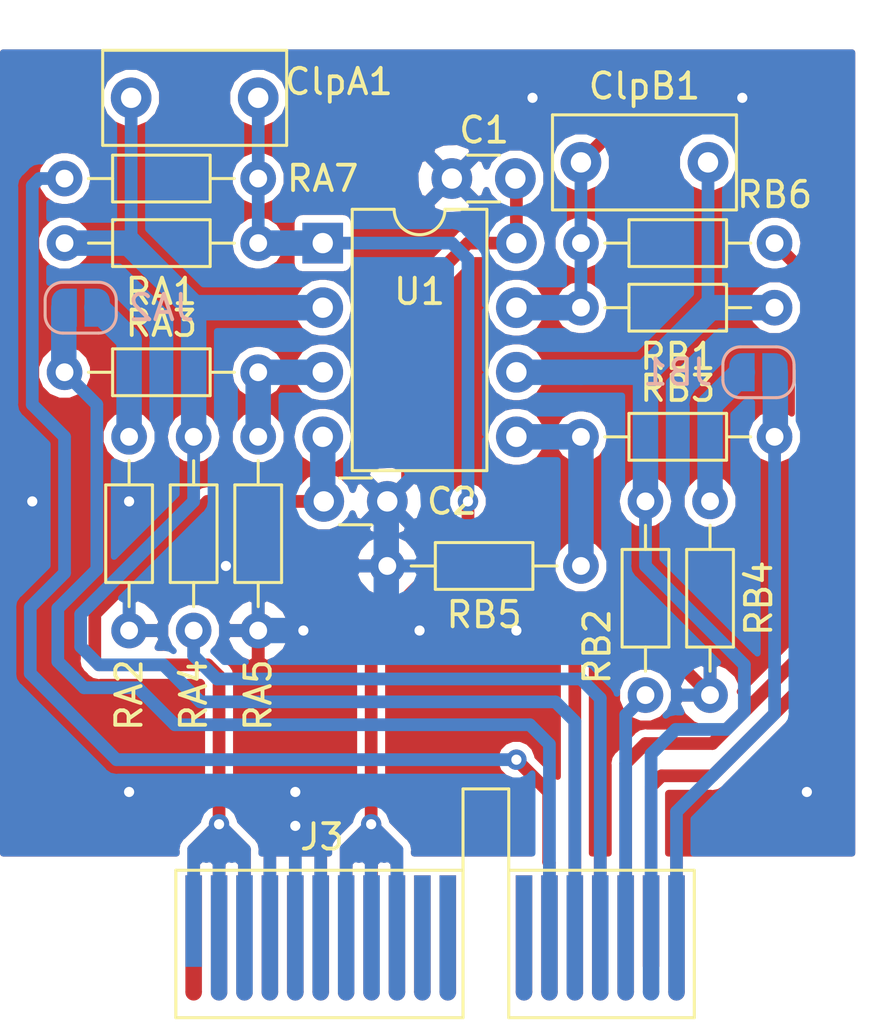
<source format=kicad_pcb>
(kicad_pcb (version 20171130) (host pcbnew 5.0.2-bee76a0~70~ubuntu16.04.1)

  (general
    (thickness 1.6)
    (drawings 0)
    (tracks 216)
    (zones 0)
    (modules 20)
    (nets 18)
  )

  (page A4)
  (layers
    (0 F.Cu signal)
    (31 B.Cu signal)
    (32 B.Adhes user)
    (33 F.Adhes user)
    (34 B.Paste user)
    (35 F.Paste user)
    (36 B.SilkS user)
    (37 F.SilkS user)
    (38 B.Mask user)
    (39 F.Mask user)
    (40 Dwgs.User user)
    (41 Cmts.User user)
    (42 Eco1.User user)
    (43 Eco2.User user)
    (44 Edge.Cuts user)
    (45 Margin user)
    (46 B.CrtYd user)
    (47 F.CrtYd user)
    (48 B.Fab user)
    (49 F.Fab user)
  )

  (setup
    (last_trace_width 0.5)
    (trace_clearance 0.3)
    (zone_clearance 0.3)
    (zone_45_only no)
    (trace_min 0.2)
    (segment_width 0.2)
    (edge_width 0.1)
    (via_size 0.8)
    (via_drill 0.4)
    (via_min_size 0.4)
    (via_min_drill 0.3)
    (uvia_size 0.3)
    (uvia_drill 0.1)
    (uvias_allowed no)
    (uvia_min_size 0.2)
    (uvia_min_drill 0.1)
    (pcb_text_width 0.3)
    (pcb_text_size 1.5 1.5)
    (mod_edge_width 0.15)
    (mod_text_size 1 1)
    (mod_text_width 0.15)
    (pad_size 1 0.5)
    (pad_drill 0)
    (pad_to_mask_clearance 0)
    (solder_mask_min_width 0.25)
    (aux_axis_origin 0 0)
    (visible_elements FFFFFF7F)
    (pcbplotparams
      (layerselection 0x010fc_ffffffff)
      (usegerberextensions false)
      (usegerberattributes false)
      (usegerberadvancedattributes false)
      (creategerberjobfile false)
      (excludeedgelayer true)
      (linewidth 0.100000)
      (plotframeref false)
      (viasonmask false)
      (mode 1)
      (useauxorigin false)
      (hpglpennumber 1)
      (hpglpenspeed 20)
      (hpglpendiameter 15.000000)
      (psnegative false)
      (psa4output false)
      (plotreference true)
      (plotvalue true)
      (plotinvisibletext false)
      (padsonsilk false)
      (subtractmaskfromsilk false)
      (outputformat 1)
      (mirror false)
      (drillshape 1)
      (scaleselection 1)
      (outputdirectory ""))
  )

  (net 0 "")
  (net 1 +15V)
  (net 2 GNDA)
  (net 3 -15V)
  (net 4 "Net-(RA3-Pad2)")
  (net 5 "Net-(RB3-Pad2)")
  (net 6 in_outA)
  (net 7 out_inA)
  (net 8 out_inB)
  (net 9 in_outB)
  (net 10 inB+)
  (net 11 inA+)
  (net 12 inB-)
  (net 13 inA-)
  (net 14 outA)
  (net 15 outB)
  (net 16 "Net-(JA2-Pad2)")
  (net 17 "Net-(JB1-Pad2)")

  (net_class Default "This is the default net class."
    (clearance 0.3)
    (trace_width 0.5)
    (via_dia 0.8)
    (via_drill 0.4)
    (uvia_dia 0.3)
    (uvia_drill 0.1)
    (add_net "Net-(JA2-Pad2)")
    (add_net "Net-(JB1-Pad2)")
    (add_net "Net-(RA3-Pad2)")
    (add_net "Net-(RB3-Pad2)")
    (add_net inA+)
    (add_net inA-)
    (add_net inB+)
    (add_net inB-)
    (add_net in_outA)
    (add_net in_outB)
    (add_net outA)
    (add_net outB)
    (add_net out_inA)
    (add_net out_inB)
  )

  (net_class power ""
    (clearance 0.3)
    (trace_width 0.5)
    (via_dia 0.8)
    (via_drill 0.4)
    (uvia_dia 0.3)
    (uvia_drill 0.1)
    (add_net +15V)
    (add_net -15V)
    (add_net GNDA)
  )

  (module Package_DIP:DIP-8_W7.62mm (layer F.Cu) (tedit 5A02E8C5) (tstamp 5CA24E4D)
    (at 101.6 39.37)
    (descr "8-lead though-hole mounted DIP package, row spacing 7.62 mm (300 mils)")
    (tags "THT DIP DIL PDIP 2.54mm 7.62mm 300mil")
    (path /5C54CA7D)
    (fp_text reference U1 (at 3.81 1.905) (layer F.SilkS)
      (effects (font (size 1 1) (thickness 0.15)))
    )
    (fp_text value LM4562 (at 3.81 9.95) (layer F.Fab)
      (effects (font (size 1 1) (thickness 0.15)))
    )
    (fp_arc (start 3.81 -1.33) (end 2.81 -1.33) (angle -180) (layer F.SilkS) (width 0.12))
    (fp_line (start 1.635 -1.27) (end 6.985 -1.27) (layer F.Fab) (width 0.1))
    (fp_line (start 6.985 -1.27) (end 6.985 8.89) (layer F.Fab) (width 0.1))
    (fp_line (start 6.985 8.89) (end 0.635 8.89) (layer F.Fab) (width 0.1))
    (fp_line (start 0.635 8.89) (end 0.635 -0.27) (layer F.Fab) (width 0.1))
    (fp_line (start 0.635 -0.27) (end 1.635 -1.27) (layer F.Fab) (width 0.1))
    (fp_line (start 2.81 -1.33) (end 1.16 -1.33) (layer F.SilkS) (width 0.12))
    (fp_line (start 1.16 -1.33) (end 1.16 8.95) (layer F.SilkS) (width 0.12))
    (fp_line (start 1.16 8.95) (end 6.46 8.95) (layer F.SilkS) (width 0.12))
    (fp_line (start 6.46 8.95) (end 6.46 -1.33) (layer F.SilkS) (width 0.12))
    (fp_line (start 6.46 -1.33) (end 4.81 -1.33) (layer F.SilkS) (width 0.12))
    (fp_line (start -1.1 -1.55) (end -1.1 9.15) (layer F.CrtYd) (width 0.05))
    (fp_line (start -1.1 9.15) (end 8.7 9.15) (layer F.CrtYd) (width 0.05))
    (fp_line (start 8.7 9.15) (end 8.7 -1.55) (layer F.CrtYd) (width 0.05))
    (fp_line (start 8.7 -1.55) (end -1.1 -1.55) (layer F.CrtYd) (width 0.05))
    (fp_text user %R (at 3.81 3.81) (layer F.Fab)
      (effects (font (size 1 1) (thickness 0.15)))
    )
    (pad 1 thru_hole rect (at 0 0) (size 1.6 1.6) (drill 0.8) (layers *.Cu *.Mask)
      (net 6 in_outA))
    (pad 5 thru_hole oval (at 7.62 7.62) (size 1.6 1.6) (drill 0.8) (layers *.Cu *.Mask)
      (net 5 "Net-(RB3-Pad2)"))
    (pad 2 thru_hole oval (at 0 2.54) (size 1.6 1.6) (drill 0.8) (layers *.Cu *.Mask)
      (net 7 out_inA))
    (pad 6 thru_hole oval (at 7.62 5.08) (size 1.6 1.6) (drill 0.8) (layers *.Cu *.Mask)
      (net 8 out_inB))
    (pad 3 thru_hole oval (at 0 5.08) (size 1.6 1.6) (drill 0.8) (layers *.Cu *.Mask)
      (net 4 "Net-(RA3-Pad2)"))
    (pad 7 thru_hole oval (at 7.62 2.54) (size 1.6 1.6) (drill 0.8) (layers *.Cu *.Mask)
      (net 9 in_outB))
    (pad 4 thru_hole oval (at 0 7.62) (size 1.6 1.6) (drill 0.8) (layers *.Cu *.Mask)
      (net 3 -15V))
    (pad 8 thru_hole oval (at 7.62 0) (size 1.6 1.6) (drill 0.8) (layers *.Cu *.Mask)
      (net 1 +15V))
    (model ${KISYS3DMOD}/Package_DIP.3dshapes/DIP-8_W7.62mm.wrl
      (at (xyz 0 0 0))
      (scale (xyz 1 1 1))
      (rotate (xyz 0 0 0))
    )
  )

  (module footprints:PCIexpress_1x_letters (layer F.Cu) (tedit 5C5476B0) (tstamp 5C54794C)
    (at 96.52 66.04)
    (descr "PCIexpress Bus Edge Connector")
    (tags "PCIexpress Bus Edge Connector")
    (path /5C5482AB)
    (attr virtual)
    (fp_text reference J3 (at 5.05 -3.31) (layer F.SilkS)
      (effects (font (size 1 1) (thickness 0.15)))
    )
    (fp_text value Conn_02x18_Row_Letter_First (at 16.48 -3.31) (layer F.Fab)
      (effects (font (size 1 1) (thickness 0.15)))
    )
    (fp_line (start 19.95 4.05) (end -0.95 4.05) (layer F.CrtYd) (width 0.05))
    (fp_line (start 19.95 4.05) (end 19.95 -5.45) (layer F.CrtYd) (width 0.05))
    (fp_line (start -0.95 -5.45) (end -0.95 4.05) (layer F.CrtYd) (width 0.05))
    (fp_line (start -0.95 -5.45) (end 19.95 -5.45) (layer F.CrtYd) (width 0.05))
    (fp_line (start 19.7 -2) (end 19.7 3.8) (layer F.SilkS) (width 0.12))
    (fp_line (start 12.4 -2) (end 12.4 3.8) (layer F.SilkS) (width 0.12))
    (fp_line (start 12.4 3.8) (end 19.7 3.8) (layer F.SilkS) (width 0.12))
    (fp_line (start 19.7 -2) (end 12.4 -2) (layer F.SilkS) (width 0.12))
    (fp_line (start -0.7 3.8) (end -0.7 -2) (layer F.SilkS) (width 0.12))
    (fp_line (start 10.6 3.8) (end -0.7 3.8) (layer F.SilkS) (width 0.12))
    (fp_line (start 10.6 -2) (end 10.6 3.8) (layer F.SilkS) (width 0.12))
    (fp_line (start -0.7 -2) (end 10.6 -2) (layer F.SilkS) (width 0.12))
    (fp_line (start 12.4 -5.2) (end 12.4 -2) (layer F.SilkS) (width 0.12))
    (fp_line (start 10.6 -5.2) (end 12.4 -5.2) (layer F.SilkS) (width 0.12))
    (fp_line (start 10.6 -2) (end 10.6 -5.2) (layer F.SilkS) (width 0.12))
    (fp_text user %R (at 9.5 0.662) (layer F.Fab)
      (effects (font (size 1 1) (thickness 0.15)))
    )
    (pad "" connect oval (at 1 2.8 90) (size 0.65 0.65) (layers B.Cu B.Mask))
    (pad "" connect oval (at 19 2.8 90) (size 0.65 0.65) (layers B.Cu B.Mask))
    (pad "" connect oval (at 18 2.8 90) (size 0.65 0.65) (layers B.Cu B.Mask))
    (pad "" connect oval (at 13 2.8 90) (size 0.65 0.65) (layers B.Cu B.Mask))
    (pad "" connect oval (at 10 2.8 90) (size 0.65 0.65) (layers B.Cu B.Mask))
    (pad "" connect oval (at 17 2.8 90) (size 0.65 0.65) (layers B.Cu B.Mask))
    (pad "" connect oval (at 14 2.8 90) (size 0.65 0.65) (layers B.Cu B.Mask))
    (pad "" connect oval (at 2 2.8 90) (size 0.65 0.65) (layers B.Cu B.Mask))
    (pad "" connect oval (at 16 2.8 90) (size 0.65 0.65) (layers B.Cu B.Mask))
    (pad "" connect oval (at 15 2.8 90) (size 0.65 0.65) (layers B.Cu B.Mask))
    (pad "" connect oval (at 9 2.8 90) (size 0.65 0.65) (layers B.Cu B.Mask))
    (pad "" connect oval (at 8 2.8 90) (size 0.65 0.65) (layers B.Cu B.Mask))
    (pad "" connect oval (at 7 2.8 90) (size 0.65 0.65) (layers B.Cu B.Mask))
    (pad "" connect oval (at 6 2.8 90) (size 0.65 0.65) (layers B.Cu B.Mask))
    (pad "" connect oval (at 5 2.8 90) (size 0.65 0.65) (layers B.Cu B.Mask))
    (pad "" connect oval (at 4 2.8 90) (size 0.65 0.65) (layers B.Cu B.Mask))
    (pad "" connect oval (at 3 2.8 90) (size 0.65 0.65) (layers B.Cu B.Mask))
    (pad "" connect circle (at 1 2.8) (size 0.65 0.65) (layers F.Cu F.Mask))
    (pad "" connect circle (at 17 2.8) (size 0.65 0.65) (layers F.Cu F.Mask))
    (pad "" connect circle (at 16 2.8) (size 0.65 0.65) (layers F.Cu F.Mask))
    (pad "" connect circle (at 15 2.8) (size 0.65 0.65) (layers F.Cu F.Mask))
    (pad "" connect circle (at 14 2.8) (size 0.65 0.65) (layers F.Cu F.Mask))
    (pad "" connect circle (at 13 2.8) (size 0.65 0.65) (layers F.Cu F.Mask))
    (pad "" connect circle (at 0 2.8) (size 0.65 0.65) (layers F.Cu F.Mask))
    (pad "" connect circle (at 10 2.8) (size 0.65 0.65) (layers F.Cu F.Mask))
    (pad "" connect circle (at 9 2.8) (size 0.65 0.65) (layers F.Cu F.Mask))
    (pad "" connect circle (at 8 2.8) (size 0.65 0.65) (layers F.Cu F.Mask))
    (pad "" connect circle (at 7 2.8) (size 0.65 0.65) (layers F.Cu F.Mask))
    (pad "" connect circle (at 6 2.8) (size 0.65 0.65) (layers F.Cu F.Mask))
    (pad "" connect circle (at 5 2.8) (size 0.65 0.65) (layers F.Cu F.Mask))
    (pad "" connect circle (at 4 2.8) (size 0.65 0.65) (layers F.Cu F.Mask))
    (pad "" connect circle (at 3 2.8) (size 0.65 0.65) (layers F.Cu F.Mask))
    (pad "" connect circle (at 2 2.8) (size 0.65 0.65) (layers F.Cu F.Mask))
    (pad 13a connect rect (at 14 0.5) (size 0.65 4.6) (layers B.Cu B.Mask)
      (net 11 inA+))
    (pad 12a connect rect (at 13 0.5) (size 0.65 4.6) (layers B.Cu B.Mask))
    (pad 18a connect rect (at 19 0.5) (size 0.65 4.6) (layers B.Cu B.Mask)
      (net 10 inB+))
    (pad 17a connect rect (at 18 0.5) (size 0.65 4.6) (layers B.Cu B.Mask)
      (net 8 out_inB))
    (pad 16a connect rect (at 17 0.5) (size 0.65 4.6) (layers B.Cu B.Mask)
      (net 12 inB-))
    (pad 15a connect rect (at 16 0.5) (size 0.65 4.6) (layers B.Cu B.Mask)
      (net 13 inA-))
    (pad 14a connect rect (at 15 0.5) (size 0.65 4.6) (layers B.Cu B.Mask)
      (net 7 out_inA))
    (pad 11a connect rect (at 10 0.5) (size 0.65 4.6) (layers B.Cu B.Mask))
    (pad 10a connect rect (at 9 0.5) (size 0.65 4.6) (layers B.Cu B.Mask))
    (pad 9a connect rect (at 8 0.5) (size 0.65 4.6) (layers B.Cu B.Mask)
      (net 1 +15V))
    (pad 8a connect rect (at 7 0.5) (size 0.65 4.6) (layers B.Cu B.Mask)
      (net 1 +15V))
    (pad 7a connect rect (at 6 0.5) (size 0.65 4.6) (layers B.Cu B.Mask)
      (net 1 +15V))
    (pad 6a connect rect (at 5 0.5) (size 0.65 4.6) (layers B.Cu B.Mask)
      (net 2 GNDA))
    (pad 5a connect rect (at 4 0.5) (size 0.65 4.6) (layers B.Cu B.Mask)
      (net 2 GNDA))
    (pad 4a connect rect (at 3 0.5) (size 0.65 4.6) (layers B.Cu B.Mask)
      (net 2 GNDA))
    (pad 3a connect rect (at 2 0.5) (size 0.65 4.6) (layers B.Cu B.Mask)
      (net 3 -15V))
    (pad 2a connect rect (at 1 0.5) (size 0.65 4.6) (layers B.Cu B.Mask)
      (net 3 -15V))
    (pad 1a connect rect (at 0 0) (size 0.65 3.6) (layers B.Cu B.Mask)
      (net 3 -15V))
    (pad 13b connect rect (at 14 0.5) (size 0.65 4.6) (layers F.Cu F.Mask)
      (net 14 outA))
    (pad 12b connect rect (at 13 0.5) (size 0.65 4.6) (layers F.Cu F.Mask))
    (pad 18b connect rect (at 19 0.5) (size 0.65 4.6) (layers F.Cu F.Mask)
      (net 2 GNDA))
    (pad 17b connect rect (at 18 0) (size 0.65 3.6) (layers F.Cu F.Mask)
      (net 9 in_outB))
    (pad 16b connect rect (at 17 0.5) (size 0.65 4.6) (layers F.Cu F.Mask)
      (net 15 outB))
    (pad 15b connect rect (at 16 0.5) (size 0.65 4.6) (layers F.Cu F.Mask)
      (net 2 GNDA))
    (pad 14b connect rect (at 15 0.5) (size 0.65 4.6) (layers F.Cu F.Mask)
      (net 6 in_outA))
    (pad 11b connect rect (at 10 0.5) (size 0.65 4.6) (layers F.Cu F.Mask))
    (pad 10b connect rect (at 9 0.5) (size 0.65 4.6) (layers F.Cu F.Mask))
    (pad 9b connect rect (at 8 0.5) (size 0.65 4.6) (layers F.Cu F.Mask)
      (net 1 +15V))
    (pad 8b connect rect (at 7 0.5) (size 0.65 4.6) (layers F.Cu F.Mask)
      (net 1 +15V))
    (pad 7b connect rect (at 6 0.5) (size 0.65 4.6) (layers F.Cu F.Mask)
      (net 1 +15V))
    (pad 6b connect rect (at 5 0.5) (size 0.65 4.6) (layers F.Cu F.Mask)
      (net 2 GNDA))
    (pad 5b connect rect (at 4 0.5) (size 0.65 4.6) (layers F.Cu F.Mask)
      (net 2 GNDA))
    (pad 4b connect rect (at 3 0.5) (size 0.65 4.6) (layers F.Cu F.Mask)
      (net 2 GNDA))
    (pad 3b connect rect (at 2 0.5) (size 0.65 4.6) (layers F.Cu F.Mask)
      (net 3 -15V))
    (pad 2b connect rect (at 1 0.5) (size 0.65 4.6) (layers F.Cu F.Mask)
      (net 3 -15V))
    (pad 1b connect rect (at 0 0.5) (size 0.65 4.6) (layers F.Cu F.Mask)
      (net 3 -15V))
    (pad "" connect circle (at 19 2.8) (size 0.65 0.65) (layers F.Cu F.Mask))
  )

  (module Resistor_THT:R_Axial_DIN0204_L3.6mm_D1.6mm_P7.62mm_Horizontal (layer F.Cu) (tedit 5AE5139B) (tstamp 5CA24D4F)
    (at 96.52 54.61 90)
    (descr "Resistor, Axial_DIN0204 series, Axial, Horizontal, pin pitch=7.62mm, 0.167W, length*diameter=3.6*1.6mm^2, http://cdn-reichelt.de/documents/datenblatt/B400/1_4W%23YAG.pdf")
    (tags "Resistor Axial_DIN0204 series Axial Horizontal pin pitch 7.62mm 0.167W length 3.6mm diameter 1.6mm")
    (path /5C54CA8C)
    (fp_text reference RA2 (at -2.54 -2.54 90) (layer F.SilkS)
      (effects (font (size 1 1) (thickness 0.15)))
    )
    (fp_text value 10k (at 3.81 1.92 90) (layer F.Fab)
      (effects (font (size 1 1) (thickness 0.15)))
    )
    (fp_line (start 2.01 -0.8) (end 2.01 0.8) (layer F.Fab) (width 0.1))
    (fp_line (start 2.01 0.8) (end 5.61 0.8) (layer F.Fab) (width 0.1))
    (fp_line (start 5.61 0.8) (end 5.61 -0.8) (layer F.Fab) (width 0.1))
    (fp_line (start 5.61 -0.8) (end 2.01 -0.8) (layer F.Fab) (width 0.1))
    (fp_line (start 0 0) (end 2.01 0) (layer F.Fab) (width 0.1))
    (fp_line (start 7.62 0) (end 5.61 0) (layer F.Fab) (width 0.1))
    (fp_line (start 1.89 -0.92) (end 1.89 0.92) (layer F.SilkS) (width 0.12))
    (fp_line (start 1.89 0.92) (end 5.73 0.92) (layer F.SilkS) (width 0.12))
    (fp_line (start 5.73 0.92) (end 5.73 -0.92) (layer F.SilkS) (width 0.12))
    (fp_line (start 5.73 -0.92) (end 1.89 -0.92) (layer F.SilkS) (width 0.12))
    (fp_line (start 0.94 0) (end 1.89 0) (layer F.SilkS) (width 0.12))
    (fp_line (start 6.68 0) (end 5.73 0) (layer F.SilkS) (width 0.12))
    (fp_line (start -0.95 -1.05) (end -0.95 1.05) (layer F.CrtYd) (width 0.05))
    (fp_line (start -0.95 1.05) (end 8.57 1.05) (layer F.CrtYd) (width 0.05))
    (fp_line (start 8.57 1.05) (end 8.57 -1.05) (layer F.CrtYd) (width 0.05))
    (fp_line (start 8.57 -1.05) (end -0.95 -1.05) (layer F.CrtYd) (width 0.05))
    (fp_text user %R (at 3.81 0 90) (layer F.Fab)
      (effects (font (size 0.72 0.72) (thickness 0.108)))
    )
    (pad 1 thru_hole circle (at 0 0 90) (size 1.4 1.4) (drill 0.7) (layers *.Cu *.Mask)
      (net 13 inA-))
    (pad 2 thru_hole oval (at 7.62 0 90) (size 1.4 1.4) (drill 0.7) (layers *.Cu *.Mask)
      (net 7 out_inA))
    (model ${KISYS3DMOD}/Resistor_THT.3dshapes/R_Axial_DIN0204_L3.6mm_D1.6mm_P7.62mm_Horizontal.wrl
      (at (xyz 0 0 0))
      (scale (xyz 1 1 1))
      (rotate (xyz 0 0 0))
    )
  )

  (module Resistor_THT:R_Axial_DIN0204_L3.6mm_D1.6mm_P7.62mm_Horizontal (layer F.Cu) (tedit 5AE5139B) (tstamp 5CA24B48)
    (at 91.44 44.45)
    (descr "Resistor, Axial_DIN0204 series, Axial, Horizontal, pin pitch=7.62mm, 0.167W, length*diameter=3.6*1.6mm^2, http://cdn-reichelt.de/documents/datenblatt/B400/1_4W%23YAG.pdf")
    (tags "Resistor Axial_DIN0204 series Axial Horizontal pin pitch 7.62mm 0.167W length 3.6mm diameter 1.6mm")
    (path /5C54CAA4)
    (fp_text reference RA3 (at 3.81 -1.92) (layer F.SilkS)
      (effects (font (size 1 1) (thickness 0.15)))
    )
    (fp_text value 10k (at 3.81 1.92) (layer F.Fab)
      (effects (font (size 1 1) (thickness 0.15)))
    )
    (fp_text user %R (at 3.81 0) (layer F.Fab)
      (effects (font (size 0.72 0.72) (thickness 0.108)))
    )
    (fp_line (start 8.57 -1.05) (end -0.95 -1.05) (layer F.CrtYd) (width 0.05))
    (fp_line (start 8.57 1.05) (end 8.57 -1.05) (layer F.CrtYd) (width 0.05))
    (fp_line (start -0.95 1.05) (end 8.57 1.05) (layer F.CrtYd) (width 0.05))
    (fp_line (start -0.95 -1.05) (end -0.95 1.05) (layer F.CrtYd) (width 0.05))
    (fp_line (start 6.68 0) (end 5.73 0) (layer F.SilkS) (width 0.12))
    (fp_line (start 0.94 0) (end 1.89 0) (layer F.SilkS) (width 0.12))
    (fp_line (start 5.73 -0.92) (end 1.89 -0.92) (layer F.SilkS) (width 0.12))
    (fp_line (start 5.73 0.92) (end 5.73 -0.92) (layer F.SilkS) (width 0.12))
    (fp_line (start 1.89 0.92) (end 5.73 0.92) (layer F.SilkS) (width 0.12))
    (fp_line (start 1.89 -0.92) (end 1.89 0.92) (layer F.SilkS) (width 0.12))
    (fp_line (start 7.62 0) (end 5.61 0) (layer F.Fab) (width 0.1))
    (fp_line (start 0 0) (end 2.01 0) (layer F.Fab) (width 0.1))
    (fp_line (start 5.61 -0.8) (end 2.01 -0.8) (layer F.Fab) (width 0.1))
    (fp_line (start 5.61 0.8) (end 5.61 -0.8) (layer F.Fab) (width 0.1))
    (fp_line (start 2.01 0.8) (end 5.61 0.8) (layer F.Fab) (width 0.1))
    (fp_line (start 2.01 -0.8) (end 2.01 0.8) (layer F.Fab) (width 0.1))
    (pad 2 thru_hole oval (at 7.62 0) (size 1.4 1.4) (drill 0.7) (layers *.Cu *.Mask)
      (net 4 "Net-(RA3-Pad2)"))
    (pad 1 thru_hole circle (at 0 0) (size 1.4 1.4) (drill 0.7) (layers *.Cu *.Mask)
      (net 11 inA+))
    (model ${KISYS3DMOD}/Resistor_THT.3dshapes/R_Axial_DIN0204_L3.6mm_D1.6mm_P7.62mm_Horizontal.wrl
      (at (xyz 0 0 0))
      (scale (xyz 1 1 1))
      (rotate (xyz 0 0 0))
    )
  )

  (module Resistor_THT:R_Axial_DIN0204_L3.6mm_D1.6mm_P7.62mm_Horizontal (layer F.Cu) (tedit 5AE5139B) (tstamp 5CA24BBD)
    (at 93.98 46.99 270)
    (descr "Resistor, Axial_DIN0204 series, Axial, Horizontal, pin pitch=7.62mm, 0.167W, length*diameter=3.6*1.6mm^2, http://cdn-reichelt.de/documents/datenblatt/B400/1_4W%23YAG.pdf")
    (tags "Resistor Axial_DIN0204 series Axial Horizontal pin pitch 7.62mm 0.167W length 3.6mm diameter 1.6mm")
    (path /5C54CAB9)
    (fp_text reference RA4 (at 10.16 -2.54 270) (layer F.SilkS)
      (effects (font (size 1 1) (thickness 0.15)))
    )
    (fp_text value 10 (at 3.81 1.92 270) (layer F.Fab)
      (effects (font (size 1 1) (thickness 0.15)))
    )
    (fp_text user %R (at 3.81 0 270) (layer F.Fab)
      (effects (font (size 0.72 0.72) (thickness 0.108)))
    )
    (fp_line (start 8.57 -1.05) (end -0.95 -1.05) (layer F.CrtYd) (width 0.05))
    (fp_line (start 8.57 1.05) (end 8.57 -1.05) (layer F.CrtYd) (width 0.05))
    (fp_line (start -0.95 1.05) (end 8.57 1.05) (layer F.CrtYd) (width 0.05))
    (fp_line (start -0.95 -1.05) (end -0.95 1.05) (layer F.CrtYd) (width 0.05))
    (fp_line (start 6.68 0) (end 5.73 0) (layer F.SilkS) (width 0.12))
    (fp_line (start 0.94 0) (end 1.89 0) (layer F.SilkS) (width 0.12))
    (fp_line (start 5.73 -0.92) (end 1.89 -0.92) (layer F.SilkS) (width 0.12))
    (fp_line (start 5.73 0.92) (end 5.73 -0.92) (layer F.SilkS) (width 0.12))
    (fp_line (start 1.89 0.92) (end 5.73 0.92) (layer F.SilkS) (width 0.12))
    (fp_line (start 1.89 -0.92) (end 1.89 0.92) (layer F.SilkS) (width 0.12))
    (fp_line (start 7.62 0) (end 5.61 0) (layer F.Fab) (width 0.1))
    (fp_line (start 0 0) (end 2.01 0) (layer F.Fab) (width 0.1))
    (fp_line (start 5.61 -0.8) (end 2.01 -0.8) (layer F.Fab) (width 0.1))
    (fp_line (start 5.61 0.8) (end 5.61 -0.8) (layer F.Fab) (width 0.1))
    (fp_line (start 2.01 0.8) (end 5.61 0.8) (layer F.Fab) (width 0.1))
    (fp_line (start 2.01 -0.8) (end 2.01 0.8) (layer F.Fab) (width 0.1))
    (pad 2 thru_hole oval (at 7.62 0 270) (size 1.4 1.4) (drill 0.7) (layers *.Cu *.Mask)
      (net 2 GNDA))
    (pad 1 thru_hole circle (at 0 0 270) (size 1.4 1.4) (drill 0.7) (layers *.Cu *.Mask)
      (net 16 "Net-(JA2-Pad2)"))
    (model ${KISYS3DMOD}/Resistor_THT.3dshapes/R_Axial_DIN0204_L3.6mm_D1.6mm_P7.62mm_Horizontal.wrl
      (at (xyz 0 0 0))
      (scale (xyz 1 1 1))
      (rotate (xyz 0 0 0))
    )
  )

  (module Resistor_THT:R_Axial_DIN0204_L3.6mm_D1.6mm_P7.62mm_Horizontal (layer F.Cu) (tedit 5AE5139B) (tstamp 5CA24D91)
    (at 99.06 46.99 270)
    (descr "Resistor, Axial_DIN0204 series, Axial, Horizontal, pin pitch=7.62mm, 0.167W, length*diameter=3.6*1.6mm^2, http://cdn-reichelt.de/documents/datenblatt/B400/1_4W%23YAG.pdf")
    (tags "Resistor Axial_DIN0204 series Axial Horizontal pin pitch 7.62mm 0.167W length 3.6mm diameter 1.6mm")
    (path /5C54CAAC)
    (fp_text reference RA5 (at 10.16 0 270) (layer F.SilkS)
      (effects (font (size 1 1) (thickness 0.15)))
    )
    (fp_text value 10k (at 3.81 1.92 270) (layer F.Fab)
      (effects (font (size 1 1) (thickness 0.15)))
    )
    (fp_line (start 2.01 -0.8) (end 2.01 0.8) (layer F.Fab) (width 0.1))
    (fp_line (start 2.01 0.8) (end 5.61 0.8) (layer F.Fab) (width 0.1))
    (fp_line (start 5.61 0.8) (end 5.61 -0.8) (layer F.Fab) (width 0.1))
    (fp_line (start 5.61 -0.8) (end 2.01 -0.8) (layer F.Fab) (width 0.1))
    (fp_line (start 0 0) (end 2.01 0) (layer F.Fab) (width 0.1))
    (fp_line (start 7.62 0) (end 5.61 0) (layer F.Fab) (width 0.1))
    (fp_line (start 1.89 -0.92) (end 1.89 0.92) (layer F.SilkS) (width 0.12))
    (fp_line (start 1.89 0.92) (end 5.73 0.92) (layer F.SilkS) (width 0.12))
    (fp_line (start 5.73 0.92) (end 5.73 -0.92) (layer F.SilkS) (width 0.12))
    (fp_line (start 5.73 -0.92) (end 1.89 -0.92) (layer F.SilkS) (width 0.12))
    (fp_line (start 0.94 0) (end 1.89 0) (layer F.SilkS) (width 0.12))
    (fp_line (start 6.68 0) (end 5.73 0) (layer F.SilkS) (width 0.12))
    (fp_line (start -0.95 -1.05) (end -0.95 1.05) (layer F.CrtYd) (width 0.05))
    (fp_line (start -0.95 1.05) (end 8.57 1.05) (layer F.CrtYd) (width 0.05))
    (fp_line (start 8.57 1.05) (end 8.57 -1.05) (layer F.CrtYd) (width 0.05))
    (fp_line (start 8.57 -1.05) (end -0.95 -1.05) (layer F.CrtYd) (width 0.05))
    (fp_text user %R (at 3.81 0 270) (layer F.Fab)
      (effects (font (size 0.72 0.72) (thickness 0.108)))
    )
    (pad 1 thru_hole circle (at 0 0 270) (size 1.4 1.4) (drill 0.7) (layers *.Cu *.Mask)
      (net 4 "Net-(RA3-Pad2)"))
    (pad 2 thru_hole oval (at 7.62 0 270) (size 1.4 1.4) (drill 0.7) (layers *.Cu *.Mask)
      (net 2 GNDA))
    (model ${KISYS3DMOD}/Resistor_THT.3dshapes/R_Axial_DIN0204_L3.6mm_D1.6mm_P7.62mm_Horizontal.wrl
      (at (xyz 0 0 0))
      (scale (xyz 1 1 1))
      (rotate (xyz 0 0 0))
    )
  )

  (module Resistor_THT:R_Axial_DIN0204_L3.6mm_D1.6mm_P7.62mm_Horizontal (layer F.Cu) (tedit 5AE5139B) (tstamp 5CA24E06)
    (at 119.38 41.91 180)
    (descr "Resistor, Axial_DIN0204 series, Axial, Horizontal, pin pitch=7.62mm, 0.167W, length*diameter=3.6*1.6mm^2, http://cdn-reichelt.de/documents/datenblatt/B400/1_4W%23YAG.pdf")
    (tags "Resistor Axial_DIN0204 series Axial Horizontal pin pitch 7.62mm 0.167W length 3.6mm diameter 1.6mm")
    (path /5C54CB19)
    (fp_text reference RB1 (at 3.81 -1.92 180) (layer F.SilkS)
      (effects (font (size 1 1) (thickness 0.15)))
    )
    (fp_text value 10k (at 3.81 1.92 180) (layer F.Fab)
      (effects (font (size 1 1) (thickness 0.15)))
    )
    (fp_line (start 2.01 -0.8) (end 2.01 0.8) (layer F.Fab) (width 0.1))
    (fp_line (start 2.01 0.8) (end 5.61 0.8) (layer F.Fab) (width 0.1))
    (fp_line (start 5.61 0.8) (end 5.61 -0.8) (layer F.Fab) (width 0.1))
    (fp_line (start 5.61 -0.8) (end 2.01 -0.8) (layer F.Fab) (width 0.1))
    (fp_line (start 0 0) (end 2.01 0) (layer F.Fab) (width 0.1))
    (fp_line (start 7.62 0) (end 5.61 0) (layer F.Fab) (width 0.1))
    (fp_line (start 1.89 -0.92) (end 1.89 0.92) (layer F.SilkS) (width 0.12))
    (fp_line (start 1.89 0.92) (end 5.73 0.92) (layer F.SilkS) (width 0.12))
    (fp_line (start 5.73 0.92) (end 5.73 -0.92) (layer F.SilkS) (width 0.12))
    (fp_line (start 5.73 -0.92) (end 1.89 -0.92) (layer F.SilkS) (width 0.12))
    (fp_line (start 0.94 0) (end 1.89 0) (layer F.SilkS) (width 0.12))
    (fp_line (start 6.68 0) (end 5.73 0) (layer F.SilkS) (width 0.12))
    (fp_line (start -0.95 -1.05) (end -0.95 1.05) (layer F.CrtYd) (width 0.05))
    (fp_line (start -0.95 1.05) (end 8.57 1.05) (layer F.CrtYd) (width 0.05))
    (fp_line (start 8.57 1.05) (end 8.57 -1.05) (layer F.CrtYd) (width 0.05))
    (fp_line (start 8.57 -1.05) (end -0.95 -1.05) (layer F.CrtYd) (width 0.05))
    (fp_text user %R (at 3.81 0 180) (layer F.Fab)
      (effects (font (size 0.72 0.72) (thickness 0.108)))
    )
    (pad 1 thru_hole circle (at 0 0 180) (size 1.4 1.4) (drill 0.7) (layers *.Cu *.Mask)
      (net 8 out_inB))
    (pad 2 thru_hole oval (at 7.62 0 180) (size 1.4 1.4) (drill 0.7) (layers *.Cu *.Mask)
      (net 9 in_outB))
    (model ${KISYS3DMOD}/Resistor_THT.3dshapes/R_Axial_DIN0204_L3.6mm_D1.6mm_P7.62mm_Horizontal.wrl
      (at (xyz 0 0 0))
      (scale (xyz 1 1 1))
      (rotate (xyz 0 0 0))
    )
  )

  (module Resistor_THT:R_Axial_DIN0204_L3.6mm_D1.6mm_P7.62mm_Horizontal (layer F.Cu) (tedit 5AE5139B) (tstamp 5CA24C29)
    (at 114.3 57.15 90)
    (descr "Resistor, Axial_DIN0204 series, Axial, Horizontal, pin pitch=7.62mm, 0.167W, length*diameter=3.6*1.6mm^2, http://cdn-reichelt.de/documents/datenblatt/B400/1_4W%23YAG.pdf")
    (tags "Resistor Axial_DIN0204 series Axial Horizontal pin pitch 7.62mm 0.167W length 3.6mm diameter 1.6mm")
    (path /5C54CAD8)
    (fp_text reference RB2 (at 1.905 -1.905 90) (layer F.SilkS)
      (effects (font (size 1 1) (thickness 0.15)))
    )
    (fp_text value 10k (at 3.81 1.92 90) (layer F.Fab)
      (effects (font (size 1 1) (thickness 0.15)))
    )
    (fp_line (start 2.01 -0.8) (end 2.01 0.8) (layer F.Fab) (width 0.1))
    (fp_line (start 2.01 0.8) (end 5.61 0.8) (layer F.Fab) (width 0.1))
    (fp_line (start 5.61 0.8) (end 5.61 -0.8) (layer F.Fab) (width 0.1))
    (fp_line (start 5.61 -0.8) (end 2.01 -0.8) (layer F.Fab) (width 0.1))
    (fp_line (start 0 0) (end 2.01 0) (layer F.Fab) (width 0.1))
    (fp_line (start 7.62 0) (end 5.61 0) (layer F.Fab) (width 0.1))
    (fp_line (start 1.89 -0.92) (end 1.89 0.92) (layer F.SilkS) (width 0.12))
    (fp_line (start 1.89 0.92) (end 5.73 0.92) (layer F.SilkS) (width 0.12))
    (fp_line (start 5.73 0.92) (end 5.73 -0.92) (layer F.SilkS) (width 0.12))
    (fp_line (start 5.73 -0.92) (end 1.89 -0.92) (layer F.SilkS) (width 0.12))
    (fp_line (start 0.94 0) (end 1.89 0) (layer F.SilkS) (width 0.12))
    (fp_line (start 6.68 0) (end 5.73 0) (layer F.SilkS) (width 0.12))
    (fp_line (start -0.95 -1.05) (end -0.95 1.05) (layer F.CrtYd) (width 0.05))
    (fp_line (start -0.95 1.05) (end 8.57 1.05) (layer F.CrtYd) (width 0.05))
    (fp_line (start 8.57 1.05) (end 8.57 -1.05) (layer F.CrtYd) (width 0.05))
    (fp_line (start 8.57 -1.05) (end -0.95 -1.05) (layer F.CrtYd) (width 0.05))
    (fp_text user %R (at 3.81 0 90) (layer F.Fab)
      (effects (font (size 0.72 0.72) (thickness 0.108)))
    )
    (pad 1 thru_hole circle (at 0 0 90) (size 1.4 1.4) (drill 0.7) (layers *.Cu *.Mask)
      (net 12 inB-))
    (pad 2 thru_hole oval (at 7.62 0 90) (size 1.4 1.4) (drill 0.7) (layers *.Cu *.Mask)
      (net 8 out_inB))
    (model ${KISYS3DMOD}/Resistor_THT.3dshapes/R_Axial_DIN0204_L3.6mm_D1.6mm_P7.62mm_Horizontal.wrl
      (at (xyz 0 0 0))
      (scale (xyz 1 1 1))
      (rotate (xyz 0 0 0))
    )
  )

  (module Resistor_THT:R_Axial_DIN0204_L3.6mm_D1.6mm_P7.62mm_Horizontal (layer F.Cu) (tedit 5AE5139B) (tstamp 5CA24AD9)
    (at 119.38 46.99 180)
    (descr "Resistor, Axial_DIN0204 series, Axial, Horizontal, pin pitch=7.62mm, 0.167W, length*diameter=3.6*1.6mm^2, http://cdn-reichelt.de/documents/datenblatt/B400/1_4W%23YAG.pdf")
    (tags "Resistor Axial_DIN0204 series Axial Horizontal pin pitch 7.62mm 0.167W length 3.6mm diameter 1.6mm")
    (path /5C54CAE4)
    (fp_text reference RB3 (at 3.81 1.905 180) (layer F.SilkS)
      (effects (font (size 1 1) (thickness 0.15)))
    )
    (fp_text value 10k (at 3.81 1.92 180) (layer F.Fab)
      (effects (font (size 1 1) (thickness 0.15)))
    )
    (fp_text user %R (at 3.81 0 180) (layer F.Fab)
      (effects (font (size 0.72 0.72) (thickness 0.108)))
    )
    (fp_line (start 8.57 -1.05) (end -0.95 -1.05) (layer F.CrtYd) (width 0.05))
    (fp_line (start 8.57 1.05) (end 8.57 -1.05) (layer F.CrtYd) (width 0.05))
    (fp_line (start -0.95 1.05) (end 8.57 1.05) (layer F.CrtYd) (width 0.05))
    (fp_line (start -0.95 -1.05) (end -0.95 1.05) (layer F.CrtYd) (width 0.05))
    (fp_line (start 6.68 0) (end 5.73 0) (layer F.SilkS) (width 0.12))
    (fp_line (start 0.94 0) (end 1.89 0) (layer F.SilkS) (width 0.12))
    (fp_line (start 5.73 -0.92) (end 1.89 -0.92) (layer F.SilkS) (width 0.12))
    (fp_line (start 5.73 0.92) (end 5.73 -0.92) (layer F.SilkS) (width 0.12))
    (fp_line (start 1.89 0.92) (end 5.73 0.92) (layer F.SilkS) (width 0.12))
    (fp_line (start 1.89 -0.92) (end 1.89 0.92) (layer F.SilkS) (width 0.12))
    (fp_line (start 7.62 0) (end 5.61 0) (layer F.Fab) (width 0.1))
    (fp_line (start 0 0) (end 2.01 0) (layer F.Fab) (width 0.1))
    (fp_line (start 5.61 -0.8) (end 2.01 -0.8) (layer F.Fab) (width 0.1))
    (fp_line (start 5.61 0.8) (end 5.61 -0.8) (layer F.Fab) (width 0.1))
    (fp_line (start 2.01 0.8) (end 5.61 0.8) (layer F.Fab) (width 0.1))
    (fp_line (start 2.01 -0.8) (end 2.01 0.8) (layer F.Fab) (width 0.1))
    (pad 2 thru_hole oval (at 7.62 0 180) (size 1.4 1.4) (drill 0.7) (layers *.Cu *.Mask)
      (net 5 "Net-(RB3-Pad2)"))
    (pad 1 thru_hole circle (at 0 0 180) (size 1.4 1.4) (drill 0.7) (layers *.Cu *.Mask)
      (net 10 inB+))
    (model ${KISYS3DMOD}/Resistor_THT.3dshapes/R_Axial_DIN0204_L3.6mm_D1.6mm_P7.62mm_Horizontal.wrl
      (at (xyz 0 0 0))
      (scale (xyz 1 1 1))
      (rotate (xyz 0 0 0))
    )
  )

  (module Resistor_THT:R_Axial_DIN0204_L3.6mm_D1.6mm_P7.62mm_Horizontal (layer F.Cu) (tedit 5AE5139B) (tstamp 5CA24C6B)
    (at 116.84 49.53 270)
    (descr "Resistor, Axial_DIN0204 series, Axial, Horizontal, pin pitch=7.62mm, 0.167W, length*diameter=3.6*1.6mm^2, http://cdn-reichelt.de/documents/datenblatt/B400/1_4W%23YAG.pdf")
    (tags "Resistor Axial_DIN0204 series Axial Horizontal pin pitch 7.62mm 0.167W length 3.6mm diameter 1.6mm")
    (path /5C54CAF8)
    (fp_text reference RB4 (at 3.81 -1.92 270) (layer F.SilkS)
      (effects (font (size 1 1) (thickness 0.15)))
    )
    (fp_text value 10 (at 3.81 1.92 270) (layer F.Fab)
      (effects (font (size 1 1) (thickness 0.15)))
    )
    (fp_text user %R (at 3.81 0 270) (layer F.Fab)
      (effects (font (size 0.72 0.72) (thickness 0.108)))
    )
    (fp_line (start 8.57 -1.05) (end -0.95 -1.05) (layer F.CrtYd) (width 0.05))
    (fp_line (start 8.57 1.05) (end 8.57 -1.05) (layer F.CrtYd) (width 0.05))
    (fp_line (start -0.95 1.05) (end 8.57 1.05) (layer F.CrtYd) (width 0.05))
    (fp_line (start -0.95 -1.05) (end -0.95 1.05) (layer F.CrtYd) (width 0.05))
    (fp_line (start 6.68 0) (end 5.73 0) (layer F.SilkS) (width 0.12))
    (fp_line (start 0.94 0) (end 1.89 0) (layer F.SilkS) (width 0.12))
    (fp_line (start 5.73 -0.92) (end 1.89 -0.92) (layer F.SilkS) (width 0.12))
    (fp_line (start 5.73 0.92) (end 5.73 -0.92) (layer F.SilkS) (width 0.12))
    (fp_line (start 1.89 0.92) (end 5.73 0.92) (layer F.SilkS) (width 0.12))
    (fp_line (start 1.89 -0.92) (end 1.89 0.92) (layer F.SilkS) (width 0.12))
    (fp_line (start 7.62 0) (end 5.61 0) (layer F.Fab) (width 0.1))
    (fp_line (start 0 0) (end 2.01 0) (layer F.Fab) (width 0.1))
    (fp_line (start 5.61 -0.8) (end 2.01 -0.8) (layer F.Fab) (width 0.1))
    (fp_line (start 5.61 0.8) (end 5.61 -0.8) (layer F.Fab) (width 0.1))
    (fp_line (start 2.01 0.8) (end 5.61 0.8) (layer F.Fab) (width 0.1))
    (fp_line (start 2.01 -0.8) (end 2.01 0.8) (layer F.Fab) (width 0.1))
    (pad 2 thru_hole oval (at 7.62 0 270) (size 1.4 1.4) (drill 0.7) (layers *.Cu *.Mask)
      (net 2 GNDA))
    (pad 1 thru_hole circle (at 0 0 270) (size 1.4 1.4) (drill 0.7) (layers *.Cu *.Mask)
      (net 17 "Net-(JB1-Pad2)"))
    (model ${KISYS3DMOD}/Resistor_THT.3dshapes/R_Axial_DIN0204_L3.6mm_D1.6mm_P7.62mm_Horizontal.wrl
      (at (xyz 0 0 0))
      (scale (xyz 1 1 1))
      (rotate (xyz 0 0 0))
    )
  )

  (module Resistor_THT:R_Axial_DIN0204_L3.6mm_D1.6mm_P7.62mm_Horizontal (layer F.Cu) (tedit 5AE5139B) (tstamp 5CA24CF2)
    (at 111.76 52.07 180)
    (descr "Resistor, Axial_DIN0204 series, Axial, Horizontal, pin pitch=7.62mm, 0.167W, length*diameter=3.6*1.6mm^2, http://cdn-reichelt.de/documents/datenblatt/B400/1_4W%23YAG.pdf")
    (tags "Resistor Axial_DIN0204 series Axial Horizontal pin pitch 7.62mm 0.167W length 3.6mm diameter 1.6mm")
    (path /5C54CAEC)
    (fp_text reference RB5 (at 3.81 -1.92 180) (layer F.SilkS)
      (effects (font (size 1 1) (thickness 0.15)))
    )
    (fp_text value 10k (at 3.81 1.92 180) (layer F.Fab)
      (effects (font (size 1 1) (thickness 0.15)))
    )
    (fp_line (start 2.01 -0.8) (end 2.01 0.8) (layer F.Fab) (width 0.1))
    (fp_line (start 2.01 0.8) (end 5.61 0.8) (layer F.Fab) (width 0.1))
    (fp_line (start 5.61 0.8) (end 5.61 -0.8) (layer F.Fab) (width 0.1))
    (fp_line (start 5.61 -0.8) (end 2.01 -0.8) (layer F.Fab) (width 0.1))
    (fp_line (start 0 0) (end 2.01 0) (layer F.Fab) (width 0.1))
    (fp_line (start 7.62 0) (end 5.61 0) (layer F.Fab) (width 0.1))
    (fp_line (start 1.89 -0.92) (end 1.89 0.92) (layer F.SilkS) (width 0.12))
    (fp_line (start 1.89 0.92) (end 5.73 0.92) (layer F.SilkS) (width 0.12))
    (fp_line (start 5.73 0.92) (end 5.73 -0.92) (layer F.SilkS) (width 0.12))
    (fp_line (start 5.73 -0.92) (end 1.89 -0.92) (layer F.SilkS) (width 0.12))
    (fp_line (start 0.94 0) (end 1.89 0) (layer F.SilkS) (width 0.12))
    (fp_line (start 6.68 0) (end 5.73 0) (layer F.SilkS) (width 0.12))
    (fp_line (start -0.95 -1.05) (end -0.95 1.05) (layer F.CrtYd) (width 0.05))
    (fp_line (start -0.95 1.05) (end 8.57 1.05) (layer F.CrtYd) (width 0.05))
    (fp_line (start 8.57 1.05) (end 8.57 -1.05) (layer F.CrtYd) (width 0.05))
    (fp_line (start 8.57 -1.05) (end -0.95 -1.05) (layer F.CrtYd) (width 0.05))
    (fp_text user %R (at 3.81 0 180) (layer F.Fab)
      (effects (font (size 0.72 0.72) (thickness 0.108)))
    )
    (pad 1 thru_hole circle (at 0 0 180) (size 1.4 1.4) (drill 0.7) (layers *.Cu *.Mask)
      (net 5 "Net-(RB3-Pad2)"))
    (pad 2 thru_hole oval (at 7.62 0 180) (size 1.4 1.4) (drill 0.7) (layers *.Cu *.Mask)
      (net 2 GNDA))
    (model ${KISYS3DMOD}/Resistor_THT.3dshapes/R_Axial_DIN0204_L3.6mm_D1.6mm_P7.62mm_Horizontal.wrl
      (at (xyz 0 0 0))
      (scale (xyz 1 1 1))
      (rotate (xyz 0 0 0))
    )
  )

  (module Resistor_THT:R_Axial_DIN0204_L3.6mm_D1.6mm_P7.62mm_Horizontal (layer F.Cu) (tedit 5AE5139B) (tstamp 5CA24CAD)
    (at 91.44 39.37)
    (descr "Resistor, Axial_DIN0204 series, Axial, Horizontal, pin pitch=7.62mm, 0.167W, length*diameter=3.6*1.6mm^2, http://cdn-reichelt.de/documents/datenblatt/B400/1_4W%23YAG.pdf")
    (tags "Resistor Axial_DIN0204 series Axial Horizontal pin pitch 7.62mm 0.167W length 3.6mm diameter 1.6mm")
    (path /5C54CA95)
    (fp_text reference RA1 (at 3.81 1.905) (layer F.SilkS)
      (effects (font (size 1 1) (thickness 0.15)))
    )
    (fp_text value 10k (at 3.81 1.92) (layer F.Fab)
      (effects (font (size 1 1) (thickness 0.15)))
    )
    (fp_line (start 2.01 -0.8) (end 2.01 0.8) (layer F.Fab) (width 0.1))
    (fp_line (start 2.01 0.8) (end 5.61 0.8) (layer F.Fab) (width 0.1))
    (fp_line (start 5.61 0.8) (end 5.61 -0.8) (layer F.Fab) (width 0.1))
    (fp_line (start 5.61 -0.8) (end 2.01 -0.8) (layer F.Fab) (width 0.1))
    (fp_line (start 0 0) (end 2.01 0) (layer F.Fab) (width 0.1))
    (fp_line (start 7.62 0) (end 5.61 0) (layer F.Fab) (width 0.1))
    (fp_line (start 1.89 -0.92) (end 1.89 0.92) (layer F.SilkS) (width 0.12))
    (fp_line (start 1.89 0.92) (end 5.73 0.92) (layer F.SilkS) (width 0.12))
    (fp_line (start 5.73 0.92) (end 5.73 -0.92) (layer F.SilkS) (width 0.12))
    (fp_line (start 5.73 -0.92) (end 1.89 -0.92) (layer F.SilkS) (width 0.12))
    (fp_line (start 0.94 0) (end 1.89 0) (layer F.SilkS) (width 0.12))
    (fp_line (start 6.68 0) (end 5.73 0) (layer F.SilkS) (width 0.12))
    (fp_line (start -0.95 -1.05) (end -0.95 1.05) (layer F.CrtYd) (width 0.05))
    (fp_line (start -0.95 1.05) (end 8.57 1.05) (layer F.CrtYd) (width 0.05))
    (fp_line (start 8.57 1.05) (end 8.57 -1.05) (layer F.CrtYd) (width 0.05))
    (fp_line (start 8.57 -1.05) (end -0.95 -1.05) (layer F.CrtYd) (width 0.05))
    (fp_text user %R (at 3.81 0) (layer F.Fab)
      (effects (font (size 0.72 0.72) (thickness 0.108)))
    )
    (pad 1 thru_hole circle (at 0 0) (size 1.4 1.4) (drill 0.7) (layers *.Cu *.Mask)
      (net 7 out_inA))
    (pad 2 thru_hole oval (at 7.62 0) (size 1.4 1.4) (drill 0.7) (layers *.Cu *.Mask)
      (net 6 in_outA))
    (model ${KISYS3DMOD}/Resistor_THT.3dshapes/R_Axial_DIN0204_L3.6mm_D1.6mm_P7.62mm_Horizontal.wrl
      (at (xyz 0 0 0))
      (scale (xyz 1 1 1))
      (rotate (xyz 0 0 0))
    )
  )

  (module Capacitor_THT:C_Disc_D3.0mm_W1.6mm_P2.50mm (layer F.Cu) (tedit 5AE50EF0) (tstamp 5CA24838)
    (at 109.18 36.83 180)
    (descr "C, Disc series, Radial, pin pitch=2.50mm, , diameter*width=3.0*1.6mm^2, Capacitor, http://www.vishay.com/docs/45233/krseries.pdf")
    (tags "C Disc series Radial pin pitch 2.50mm  diameter 3.0mm width 1.6mm Capacitor")
    (path /5C54CB2B)
    (fp_text reference C1 (at 1.23 1.905 180) (layer F.SilkS)
      (effects (font (size 1 1) (thickness 0.15)))
    )
    (fp_text value 100n (at 1.25 2.05 180) (layer F.Fab)
      (effects (font (size 1 1) (thickness 0.15)))
    )
    (fp_line (start -0.25 -0.8) (end -0.25 0.8) (layer F.Fab) (width 0.1))
    (fp_line (start -0.25 0.8) (end 2.75 0.8) (layer F.Fab) (width 0.1))
    (fp_line (start 2.75 0.8) (end 2.75 -0.8) (layer F.Fab) (width 0.1))
    (fp_line (start 2.75 -0.8) (end -0.25 -0.8) (layer F.Fab) (width 0.1))
    (fp_line (start 0.621 -0.92) (end 1.879 -0.92) (layer F.SilkS) (width 0.12))
    (fp_line (start 0.621 0.92) (end 1.879 0.92) (layer F.SilkS) (width 0.12))
    (fp_line (start -1.05 -1.05) (end -1.05 1.05) (layer F.CrtYd) (width 0.05))
    (fp_line (start -1.05 1.05) (end 3.55 1.05) (layer F.CrtYd) (width 0.05))
    (fp_line (start 3.55 1.05) (end 3.55 -1.05) (layer F.CrtYd) (width 0.05))
    (fp_line (start 3.55 -1.05) (end -1.05 -1.05) (layer F.CrtYd) (width 0.05))
    (fp_text user %R (at 1.25 0 180) (layer F.Fab)
      (effects (font (size 0.6 0.6) (thickness 0.09)))
    )
    (pad 1 thru_hole circle (at 0 0 180) (size 1.6 1.6) (drill 0.8) (layers *.Cu *.Mask)
      (net 1 +15V))
    (pad 2 thru_hole circle (at 2.5 0 180) (size 1.6 1.6) (drill 0.8) (layers *.Cu *.Mask)
      (net 2 GNDA))
    (model ${KISYS3DMOD}/Capacitor_THT.3dshapes/C_Disc_D3.0mm_W1.6mm_P2.50mm.wrl
      (at (xyz 0 0 0))
      (scale (xyz 1 1 1))
      (rotate (xyz 0 0 0))
    )
  )

  (module Capacitor_THT:C_Disc_D3.0mm_W1.6mm_P2.50mm (layer F.Cu) (tedit 5AE50EF0) (tstamp 5CA24849)
    (at 104.14 49.53 180)
    (descr "C, Disc series, Radial, pin pitch=2.50mm, , diameter*width=3.0*1.6mm^2, Capacitor, http://www.vishay.com/docs/45233/krseries.pdf")
    (tags "C Disc series Radial pin pitch 2.50mm  diameter 3.0mm width 1.6mm Capacitor")
    (path /5C54CB3A)
    (fp_text reference C2 (at -2.54 0 180) (layer F.SilkS)
      (effects (font (size 1 1) (thickness 0.15)))
    )
    (fp_text value 100n (at 1.25 2.05 180) (layer F.Fab)
      (effects (font (size 1 1) (thickness 0.15)))
    )
    (fp_text user %R (at 1.25 0 180) (layer F.Fab)
      (effects (font (size 0.6 0.6) (thickness 0.09)))
    )
    (fp_line (start 3.55 -1.05) (end -1.05 -1.05) (layer F.CrtYd) (width 0.05))
    (fp_line (start 3.55 1.05) (end 3.55 -1.05) (layer F.CrtYd) (width 0.05))
    (fp_line (start -1.05 1.05) (end 3.55 1.05) (layer F.CrtYd) (width 0.05))
    (fp_line (start -1.05 -1.05) (end -1.05 1.05) (layer F.CrtYd) (width 0.05))
    (fp_line (start 0.621 0.92) (end 1.879 0.92) (layer F.SilkS) (width 0.12))
    (fp_line (start 0.621 -0.92) (end 1.879 -0.92) (layer F.SilkS) (width 0.12))
    (fp_line (start 2.75 -0.8) (end -0.25 -0.8) (layer F.Fab) (width 0.1))
    (fp_line (start 2.75 0.8) (end 2.75 -0.8) (layer F.Fab) (width 0.1))
    (fp_line (start -0.25 0.8) (end 2.75 0.8) (layer F.Fab) (width 0.1))
    (fp_line (start -0.25 -0.8) (end -0.25 0.8) (layer F.Fab) (width 0.1))
    (pad 2 thru_hole circle (at 2.5 0 180) (size 1.6 1.6) (drill 0.8) (layers *.Cu *.Mask)
      (net 3 -15V))
    (pad 1 thru_hole circle (at 0 0 180) (size 1.6 1.6) (drill 0.8) (layers *.Cu *.Mask)
      (net 2 GNDA))
    (model ${KISYS3DMOD}/Capacitor_THT.3dshapes/C_Disc_D3.0mm_W1.6mm_P2.50mm.wrl
      (at (xyz 0 0 0))
      (scale (xyz 1 1 1))
      (rotate (xyz 0 0 0))
    )
  )

  (module Capacitor_THT:C_Rect_L7.0mm_W3.5mm_P5.00mm (layer F.Cu) (tedit 5AE50EF0) (tstamp 5CA2485C)
    (at 99.06 33.655 180)
    (descr "C, Rect series, Radial, pin pitch=5.00mm, , length*width=7*3.5mm^2, Capacitor")
    (tags "C Rect series Radial pin pitch 5.00mm  length 7mm width 3.5mm Capacitor")
    (path /5CA42A5F)
    (fp_text reference ClpA1 (at -3.175 0.635 180) (layer F.SilkS)
      (effects (font (size 1 1) (thickness 0.15)))
    )
    (fp_text value 330p (at 2.5 3 180) (layer F.Fab)
      (effects (font (size 1 1) (thickness 0.15)))
    )
    (fp_line (start -1 -1.75) (end -1 1.75) (layer F.Fab) (width 0.1))
    (fp_line (start -1 1.75) (end 6 1.75) (layer F.Fab) (width 0.1))
    (fp_line (start 6 1.75) (end 6 -1.75) (layer F.Fab) (width 0.1))
    (fp_line (start 6 -1.75) (end -1 -1.75) (layer F.Fab) (width 0.1))
    (fp_line (start -1.12 -1.87) (end 6.12 -1.87) (layer F.SilkS) (width 0.12))
    (fp_line (start -1.12 1.87) (end 6.12 1.87) (layer F.SilkS) (width 0.12))
    (fp_line (start -1.12 -1.87) (end -1.12 1.87) (layer F.SilkS) (width 0.12))
    (fp_line (start 6.12 -1.87) (end 6.12 1.87) (layer F.SilkS) (width 0.12))
    (fp_line (start -1.25 -2) (end -1.25 2) (layer F.CrtYd) (width 0.05))
    (fp_line (start -1.25 2) (end 6.25 2) (layer F.CrtYd) (width 0.05))
    (fp_line (start 6.25 2) (end 6.25 -2) (layer F.CrtYd) (width 0.05))
    (fp_line (start 6.25 -2) (end -1.25 -2) (layer F.CrtYd) (width 0.05))
    (fp_text user %R (at 2.5 0 180) (layer F.Fab)
      (effects (font (size 1 1) (thickness 0.15)))
    )
    (pad 1 thru_hole circle (at 0 0 180) (size 1.6 1.6) (drill 0.8) (layers *.Cu *.Mask)
      (net 6 in_outA))
    (pad 2 thru_hole circle (at 5 0 180) (size 1.6 1.6) (drill 0.8) (layers *.Cu *.Mask)
      (net 7 out_inA))
    (model ${KISYS3DMOD}/Capacitor_THT.3dshapes/C_Rect_L7.0mm_W3.5mm_P5.00mm.wrl
      (at (xyz 0 0 0))
      (scale (xyz 1 1 1))
      (rotate (xyz 0 0 0))
    )
  )

  (module Capacitor_THT:C_Rect_L7.0mm_W3.5mm_P5.00mm (layer F.Cu) (tedit 5AE50EF0) (tstamp 5CA2486F)
    (at 111.76 36.195)
    (descr "C, Rect series, Radial, pin pitch=5.00mm, , length*width=7*3.5mm^2, Capacitor")
    (tags "C Rect series Radial pin pitch 5.00mm  length 7mm width 3.5mm Capacitor")
    (path /5CA46ED4)
    (fp_text reference ClpB1 (at 2.5 -3) (layer F.SilkS)
      (effects (font (size 1 1) (thickness 0.15)))
    )
    (fp_text value 330p (at 2.5 3) (layer F.Fab)
      (effects (font (size 1 1) (thickness 0.15)))
    )
    (fp_text user %R (at 2.5 0) (layer F.Fab)
      (effects (font (size 1 1) (thickness 0.15)))
    )
    (fp_line (start 6.25 -2) (end -1.25 -2) (layer F.CrtYd) (width 0.05))
    (fp_line (start 6.25 2) (end 6.25 -2) (layer F.CrtYd) (width 0.05))
    (fp_line (start -1.25 2) (end 6.25 2) (layer F.CrtYd) (width 0.05))
    (fp_line (start -1.25 -2) (end -1.25 2) (layer F.CrtYd) (width 0.05))
    (fp_line (start 6.12 -1.87) (end 6.12 1.87) (layer F.SilkS) (width 0.12))
    (fp_line (start -1.12 -1.87) (end -1.12 1.87) (layer F.SilkS) (width 0.12))
    (fp_line (start -1.12 1.87) (end 6.12 1.87) (layer F.SilkS) (width 0.12))
    (fp_line (start -1.12 -1.87) (end 6.12 -1.87) (layer F.SilkS) (width 0.12))
    (fp_line (start 6 -1.75) (end -1 -1.75) (layer F.Fab) (width 0.1))
    (fp_line (start 6 1.75) (end 6 -1.75) (layer F.Fab) (width 0.1))
    (fp_line (start -1 1.75) (end 6 1.75) (layer F.Fab) (width 0.1))
    (fp_line (start -1 -1.75) (end -1 1.75) (layer F.Fab) (width 0.1))
    (pad 2 thru_hole circle (at 5 0) (size 1.6 1.6) (drill 0.8) (layers *.Cu *.Mask)
      (net 8 out_inB))
    (pad 1 thru_hole circle (at 0 0) (size 1.6 1.6) (drill 0.8) (layers *.Cu *.Mask)
      (net 9 in_outB))
    (model ${KISYS3DMOD}/Capacitor_THT.3dshapes/C_Rect_L7.0mm_W3.5mm_P5.00mm.wrl
      (at (xyz 0 0 0))
      (scale (xyz 1 1 1))
      (rotate (xyz 0 0 0))
    )
  )

  (module Resistor_THT:R_Axial_DIN0204_L3.6mm_D1.6mm_P7.62mm_Horizontal (layer F.Cu) (tedit 5AE5139B) (tstamp 5CA24886)
    (at 99.06 36.83 180)
    (descr "Resistor, Axial_DIN0204 series, Axial, Horizontal, pin pitch=7.62mm, 0.167W, length*diameter=3.6*1.6mm^2, http://cdn-reichelt.de/documents/datenblatt/B400/1_4W%23YAG.pdf")
    (tags "Resistor Axial_DIN0204 series Axial Horizontal pin pitch 7.62mm 0.167W length 3.6mm diameter 1.6mm")
    (path /5CA39C35)
    (fp_text reference RA7 (at -2.54 0 180) (layer F.SilkS)
      (effects (font (size 1 1) (thickness 0.15)))
    )
    (fp_text value 220 (at 3.81 1.92 180) (layer F.Fab)
      (effects (font (size 1 1) (thickness 0.15)))
    )
    (fp_text user %R (at 3.81 0 180) (layer F.Fab)
      (effects (font (size 0.72 0.72) (thickness 0.108)))
    )
    (fp_line (start 8.57 -1.05) (end -0.95 -1.05) (layer F.CrtYd) (width 0.05))
    (fp_line (start 8.57 1.05) (end 8.57 -1.05) (layer F.CrtYd) (width 0.05))
    (fp_line (start -0.95 1.05) (end 8.57 1.05) (layer F.CrtYd) (width 0.05))
    (fp_line (start -0.95 -1.05) (end -0.95 1.05) (layer F.CrtYd) (width 0.05))
    (fp_line (start 6.68 0) (end 5.73 0) (layer F.SilkS) (width 0.12))
    (fp_line (start 0.94 0) (end 1.89 0) (layer F.SilkS) (width 0.12))
    (fp_line (start 5.73 -0.92) (end 1.89 -0.92) (layer F.SilkS) (width 0.12))
    (fp_line (start 5.73 0.92) (end 5.73 -0.92) (layer F.SilkS) (width 0.12))
    (fp_line (start 1.89 0.92) (end 5.73 0.92) (layer F.SilkS) (width 0.12))
    (fp_line (start 1.89 -0.92) (end 1.89 0.92) (layer F.SilkS) (width 0.12))
    (fp_line (start 7.62 0) (end 5.61 0) (layer F.Fab) (width 0.1))
    (fp_line (start 0 0) (end 2.01 0) (layer F.Fab) (width 0.1))
    (fp_line (start 5.61 -0.8) (end 2.01 -0.8) (layer F.Fab) (width 0.1))
    (fp_line (start 5.61 0.8) (end 5.61 -0.8) (layer F.Fab) (width 0.1))
    (fp_line (start 2.01 0.8) (end 5.61 0.8) (layer F.Fab) (width 0.1))
    (fp_line (start 2.01 -0.8) (end 2.01 0.8) (layer F.Fab) (width 0.1))
    (pad 2 thru_hole oval (at 7.62 0 180) (size 1.4 1.4) (drill 0.7) (layers *.Cu *.Mask)
      (net 14 outA))
    (pad 1 thru_hole circle (at 0 0 180) (size 1.4 1.4) (drill 0.7) (layers *.Cu *.Mask)
      (net 6 in_outA))
    (model ${KISYS3DMOD}/Resistor_THT.3dshapes/R_Axial_DIN0204_L3.6mm_D1.6mm_P7.62mm_Horizontal.wrl
      (at (xyz 0 0 0))
      (scale (xyz 1 1 1))
      (rotate (xyz 0 0 0))
    )
  )

  (module Resistor_THT:R_Axial_DIN0204_L3.6mm_D1.6mm_P7.62mm_Horizontal (layer F.Cu) (tedit 5AE5139B) (tstamp 5CA2489D)
    (at 111.76 39.37)
    (descr "Resistor, Axial_DIN0204 series, Axial, Horizontal, pin pitch=7.62mm, 0.167W, length*diameter=3.6*1.6mm^2, http://cdn-reichelt.de/documents/datenblatt/B400/1_4W%23YAG.pdf")
    (tags "Resistor Axial_DIN0204 series Axial Horizontal pin pitch 7.62mm 0.167W length 3.6mm diameter 1.6mm")
    (path /5CA3D551)
    (fp_text reference RB6 (at 7.62 -1.905) (layer F.SilkS)
      (effects (font (size 1 1) (thickness 0.15)))
    )
    (fp_text value 220 (at 3.81 1.92) (layer F.Fab)
      (effects (font (size 1 1) (thickness 0.15)))
    )
    (fp_line (start 2.01 -0.8) (end 2.01 0.8) (layer F.Fab) (width 0.1))
    (fp_line (start 2.01 0.8) (end 5.61 0.8) (layer F.Fab) (width 0.1))
    (fp_line (start 5.61 0.8) (end 5.61 -0.8) (layer F.Fab) (width 0.1))
    (fp_line (start 5.61 -0.8) (end 2.01 -0.8) (layer F.Fab) (width 0.1))
    (fp_line (start 0 0) (end 2.01 0) (layer F.Fab) (width 0.1))
    (fp_line (start 7.62 0) (end 5.61 0) (layer F.Fab) (width 0.1))
    (fp_line (start 1.89 -0.92) (end 1.89 0.92) (layer F.SilkS) (width 0.12))
    (fp_line (start 1.89 0.92) (end 5.73 0.92) (layer F.SilkS) (width 0.12))
    (fp_line (start 5.73 0.92) (end 5.73 -0.92) (layer F.SilkS) (width 0.12))
    (fp_line (start 5.73 -0.92) (end 1.89 -0.92) (layer F.SilkS) (width 0.12))
    (fp_line (start 0.94 0) (end 1.89 0) (layer F.SilkS) (width 0.12))
    (fp_line (start 6.68 0) (end 5.73 0) (layer F.SilkS) (width 0.12))
    (fp_line (start -0.95 -1.05) (end -0.95 1.05) (layer F.CrtYd) (width 0.05))
    (fp_line (start -0.95 1.05) (end 8.57 1.05) (layer F.CrtYd) (width 0.05))
    (fp_line (start 8.57 1.05) (end 8.57 -1.05) (layer F.CrtYd) (width 0.05))
    (fp_line (start 8.57 -1.05) (end -0.95 -1.05) (layer F.CrtYd) (width 0.05))
    (fp_text user %R (at 3.81 0) (layer F.Fab)
      (effects (font (size 0.72 0.72) (thickness 0.108)))
    )
    (pad 1 thru_hole circle (at 0 0) (size 1.4 1.4) (drill 0.7) (layers *.Cu *.Mask)
      (net 9 in_outB))
    (pad 2 thru_hole oval (at 7.62 0) (size 1.4 1.4) (drill 0.7) (layers *.Cu *.Mask)
      (net 15 outB))
    (model ${KISYS3DMOD}/Resistor_THT.3dshapes/R_Axial_DIN0204_L3.6mm_D1.6mm_P7.62mm_Horizontal.wrl
      (at (xyz 0 0 0))
      (scale (xyz 1 1 1))
      (rotate (xyz 0 0 0))
    )
  )

  (module Jumper:SolderJumper-2_P1.3mm_Open_RoundedPad1.0x1.5mm (layer B.Cu) (tedit 5B391E66) (tstamp 5CA25528)
    (at 92.075 41.91)
    (descr "SMD Solder Jumper, 1x1.5mm, rounded Pads, 0.3mm gap, open")
    (tags "solder jumper open")
    (path /5C54CACC)
    (attr virtual)
    (fp_text reference JA2 (at 3.175 0) (layer B.SilkS)
      (effects (font (size 1 1) (thickness 0.15)) (justify mirror))
    )
    (fp_text value Jumper (at 0 -1.9) (layer B.Fab)
      (effects (font (size 1 1) (thickness 0.15)) (justify mirror))
    )
    (fp_line (start 1.65 -1.25) (end -1.65 -1.25) (layer B.CrtYd) (width 0.05))
    (fp_line (start 1.65 -1.25) (end 1.65 1.25) (layer B.CrtYd) (width 0.05))
    (fp_line (start -1.65 1.25) (end -1.65 -1.25) (layer B.CrtYd) (width 0.05))
    (fp_line (start -1.65 1.25) (end 1.65 1.25) (layer B.CrtYd) (width 0.05))
    (fp_line (start -0.7 1) (end 0.7 1) (layer B.SilkS) (width 0.12))
    (fp_line (start 1.4 0.3) (end 1.4 -0.3) (layer B.SilkS) (width 0.12))
    (fp_line (start 0.7 -1) (end -0.7 -1) (layer B.SilkS) (width 0.12))
    (fp_line (start -1.4 -0.3) (end -1.4 0.3) (layer B.SilkS) (width 0.12))
    (fp_arc (start -0.7 0.3) (end -0.7 1) (angle 90) (layer B.SilkS) (width 0.12))
    (fp_arc (start -0.7 -0.3) (end -1.4 -0.3) (angle 90) (layer B.SilkS) (width 0.12))
    (fp_arc (start 0.7 -0.3) (end 0.7 -1) (angle 90) (layer B.SilkS) (width 0.12))
    (fp_arc (start 0.7 0.3) (end 1.4 0.3) (angle 90) (layer B.SilkS) (width 0.12))
    (pad 2 smd custom (at 0.65 0) (size 1 0.5) (layers B.Cu B.Mask)
      (net 16 "Net-(JA2-Pad2)") (zone_connect 0)
      (options (clearance outline) (anchor rect))
      (primitives
        (gr_circle (center 0 -0.25) (end 0.5 -0.25) (width 0))
        (gr_circle (center 0 0.25) (end 0.5 0.25) (width 0))
        (gr_poly (pts
           (xy 0 0.75) (xy -0.5 0.75) (xy -0.5 -0.75) (xy 0 -0.75)) (width 0))
      ))
    (pad 1 smd custom (at -0.65 0) (size 1 0.5) (layers B.Cu B.Mask)
      (net 11 inA+) (zone_connect 0)
      (options (clearance outline) (anchor rect))
      (primitives
        (gr_circle (center 0 -0.25) (end 0.5 -0.25) (width 0))
        (gr_circle (center 0 0.25) (end 0.5 0.25) (width 0))
        (gr_poly (pts
           (xy 0 0.75) (xy 0.5 0.75) (xy 0.5 -0.75) (xy 0 -0.75)) (width 0))
      ))
  )

  (module Jumper:SolderJumper-2_P1.3mm_Open_RoundedPad1.0x1.5mm (layer B.Cu) (tedit 5B391E66) (tstamp 5CA2553A)
    (at 118.745 44.45 180)
    (descr "SMD Solder Jumper, 1x1.5mm, rounded Pads, 0.3mm gap, open")
    (tags "solder jumper open")
    (path /5C54CB0B)
    (attr virtual)
    (fp_text reference JB1 (at 3.175 0 180) (layer B.SilkS)
      (effects (font (size 1 1) (thickness 0.15)) (justify mirror))
    )
    (fp_text value Jumper (at 0 -1.9 180) (layer B.Fab)
      (effects (font (size 1 1) (thickness 0.15)) (justify mirror))
    )
    (fp_arc (start 0.7 0.3) (end 1.4 0.3) (angle 90) (layer B.SilkS) (width 0.12))
    (fp_arc (start 0.7 -0.3) (end 0.7 -1) (angle 90) (layer B.SilkS) (width 0.12))
    (fp_arc (start -0.7 -0.3) (end -1.4 -0.3) (angle 90) (layer B.SilkS) (width 0.12))
    (fp_arc (start -0.7 0.3) (end -0.7 1) (angle 90) (layer B.SilkS) (width 0.12))
    (fp_line (start -1.4 -0.3) (end -1.4 0.3) (layer B.SilkS) (width 0.12))
    (fp_line (start 0.7 -1) (end -0.7 -1) (layer B.SilkS) (width 0.12))
    (fp_line (start 1.4 0.3) (end 1.4 -0.3) (layer B.SilkS) (width 0.12))
    (fp_line (start -0.7 1) (end 0.7 1) (layer B.SilkS) (width 0.12))
    (fp_line (start -1.65 1.25) (end 1.65 1.25) (layer B.CrtYd) (width 0.05))
    (fp_line (start -1.65 1.25) (end -1.65 -1.25) (layer B.CrtYd) (width 0.05))
    (fp_line (start 1.65 -1.25) (end 1.65 1.25) (layer B.CrtYd) (width 0.05))
    (fp_line (start 1.65 -1.25) (end -1.65 -1.25) (layer B.CrtYd) (width 0.05))
    (pad 1 smd custom (at -0.65 0 180) (size 1 0.5) (layers B.Cu B.Mask)
      (net 10 inB+) (zone_connect 0)
      (options (clearance outline) (anchor rect))
      (primitives
        (gr_circle (center 0 -0.25) (end 0.5 -0.25) (width 0))
        (gr_circle (center 0 0.25) (end 0.5 0.25) (width 0))
        (gr_poly (pts
           (xy 0 0.75) (xy 0.5 0.75) (xy 0.5 -0.75) (xy 0 -0.75)) (width 0))
      ))
    (pad 2 smd custom (at 0.65 0 180) (size 1 0.5) (layers B.Cu B.Mask)
      (net 17 "Net-(JB1-Pad2)") (zone_connect 0)
      (options (clearance outline) (anchor rect))
      (primitives
        (gr_circle (center 0 -0.25) (end 0.5 -0.25) (width 0))
        (gr_circle (center 0 0.25) (end 0.5 0.25) (width 0))
        (gr_poly (pts
           (xy 0 0.75) (xy -0.5 0.75) (xy -0.5 -0.75) (xy 0 -0.75)) (width 0))
      ))
  )

  (segment (start 103.52 62.245) (end 103.505 62.23) (width 0.5) (layer B.Cu) (net 1))
  (via (at 103.505 62.23) (size 0.8) (drill 0.4) (layers F.Cu B.Cu) (net 1))
  (segment (start 109.22 36.87) (end 109.18 36.83) (width 0.5) (layer F.Cu) (net 1) (status 30))
  (segment (start 109.22 39.37) (end 109.22 36.87) (width 0.5) (layer F.Cu) (net 1) (status 30))
  (segment (start 103.505 54.703002) (end 106.045 52.163002) (width 0.5) (layer F.Cu) (net 1))
  (segment (start 103.505 62.23) (end 103.505 54.703002) (width 0.5) (layer F.Cu) (net 1))
  (segment (start 106.045 52.163002) (end 106.045 40.64) (width 0.5) (layer F.Cu) (net 1))
  (segment (start 107.315 39.37) (end 106.045 40.64) (width 0.5) (layer F.Cu) (net 1))
  (segment (start 109.22 39.37) (end 107.315 39.37) (width 0.5) (layer F.Cu) (net 1) (status 10))
  (segment (start 103.505 66.525) (end 103.52 66.54) (width 0.5) (layer B.Cu) (net 1))
  (segment (start 103.505 62.23) (end 103.505 66.525) (width 0.5) (layer B.Cu) (net 1))
  (segment (start 102.52 63.215) (end 103.505 62.23) (width 0.5) (layer B.Cu) (net 1))
  (segment (start 102.52 66.54) (end 102.52 63.215) (width 0.5) (layer B.Cu) (net 1))
  (segment (start 104.52 63.245) (end 103.505 62.23) (width 0.5) (layer B.Cu) (net 1))
  (segment (start 104.52 66.54) (end 104.52 63.245) (width 0.5) (layer B.Cu) (net 1))
  (segment (start 102.52 63.215) (end 103.505 62.23) (width 0.5) (layer F.Cu) (net 1))
  (segment (start 102.52 66.54) (end 102.52 63.215) (width 0.5) (layer F.Cu) (net 1))
  (segment (start 103.52 62.245) (end 103.505 62.23) (width 0.5) (layer F.Cu) (net 1))
  (segment (start 103.52 66.54) (end 103.52 62.245) (width 0.5) (layer F.Cu) (net 1))
  (segment (start 104.52 63.245) (end 103.505 62.23) (width 0.5) (layer F.Cu) (net 1))
  (segment (start 104.52 66.54) (end 104.52 63.245) (width 0.5) (layer F.Cu) (net 1))
  (segment (start 104.1 49.53) (end 104.1 53.38) (width 1) (layer B.Cu) (net 2) (tstamp 5CA24D22) (status 10))
  (segment (start 104.1 53.38) (end 102.87 54.61) (width 1) (layer B.Cu) (net 2) (tstamp 5CA24D1F))
  (segment (start 100.33 54.61) (end 99.06 54.61) (width 1) (layer B.Cu) (net 2) (tstamp 5CA24CDA) (status 20))
  (segment (start 93.98 54.61) (end 93.98 53.34) (width 0.5) (layer B.Cu) (net 2) (tstamp 5CA24C11) (status 10))
  (segment (start 95.25 52.07) (end 97.79 52.07) (width 0.5) (layer B.Cu) (net 2) (tstamp 5CA24C0E))
  (segment (start 93.98 53.34) (end 95.25 52.07) (width 0.5) (layer B.Cu) (net 2) (tstamp 5CA24C0B))
  (segment (start 99.06 53.34) (end 99.06 54.61) (width 0.5) (layer B.Cu) (net 2) (tstamp 5CA24C08) (status 20))
  (segment (start 97.79 52.07) (end 99.06 53.34) (width 0.5) (layer B.Cu) (net 2) (tstamp 5CA24C05))
  (segment (start 116.84 57.15) (end 116.84 55.88) (width 0.5) (layer B.Cu) (net 2) (tstamp 5CA24C02) (status 10))
  (segment (start 116.84 55.88) (end 115.57 54.61) (width 0.5) (layer B.Cu) (net 2) (tstamp 5CA24BFF))
  (segment (start 104.939999 38.570001) (end 105.880001 37.629999) (width 0.5) (layer F.Cu) (net 2))
  (segment (start 105.880001 37.629999) (end 106.68 36.83) (width 0.5) (layer F.Cu) (net 2) (status 20))
  (segment (start 104.939999 48.730001) (end 104.939999 38.570001) (width 0.5) (layer F.Cu) (net 2))
  (segment (start 104.14 49.53) (end 104.939999 48.730001) (width 0.5) (layer F.Cu) (net 2) (status 10))
  (segment (start 116.140001 56.450001) (end 116.84 57.15) (width 0.5) (layer F.Cu) (net 2) (status 30))
  (segment (start 115.489999 55.799999) (end 116.140001 56.450001) (width 0.5) (layer F.Cu) (net 2) (status 20))
  (segment (start 113.651999 55.799999) (end 115.489999 55.799999) (width 0.5) (layer F.Cu) (net 2))
  (segment (start 112.52 56.931998) (end 113.651999 55.799999) (width 0.5) (layer F.Cu) (net 2))
  (segment (start 112.52 66.54) (end 112.52 56.931998) (width 0.5) (layer F.Cu) (net 2) (status 10))
  (segment (start 102.87 54.61) (end 101.6 54.61) (width 1) (layer B.Cu) (net 2))
  (via (at 105.41 54.61) (size 0.8) (drill 0.4) (layers F.Cu B.Cu) (net 2))
  (segment (start 107.95 54.61) (end 105.41 54.61) (width 0.5) (layer B.Cu) (net 2))
  (segment (start 115.57 54.61) (end 107.95 54.61) (width 0.5) (layer B.Cu) (net 2))
  (segment (start 107.95 54.61) (end 102.87 54.61) (width 0.5) (layer B.Cu) (net 2))
  (via (at 109.22 54.61) (size 0.8) (drill 0.4) (layers F.Cu B.Cu) (net 2))
  (segment (start 105.41 54.61) (end 109.22 54.61) (width 0.5) (layer F.Cu) (net 2))
  (segment (start 115.52 63.013614) (end 117.573614 60.96) (width 0.5) (layer F.Cu) (net 2))
  (segment (start 115.52 66.54) (end 115.52 63.013614) (width 0.5) (layer F.Cu) (net 2) (status 10))
  (via (at 120.65 60.96) (size 0.8) (drill 0.4) (layers F.Cu B.Cu) (net 2))
  (segment (start 117.573614 60.96) (end 120.65 60.96) (width 0.5) (layer F.Cu) (net 2))
  (segment (start 100.52 63.74) (end 100.5205 63.7395) (width 0.5) (layer B.Cu) (net 2))
  (segment (start 100.52 66.54) (end 100.52 63.74) (width 0.5) (layer B.Cu) (net 2))
  (via (at 100.5205 62.2935) (size 0.8) (drill 0.4) (layers F.Cu B.Cu) (net 2))
  (segment (start 100.5205 63.7395) (end 100.5205 62.2935) (width 0.5) (layer B.Cu) (net 2))
  (via (at 100.838 54.61) (size 0.8) (drill 0.4) (layers F.Cu B.Cu) (net 2))
  (segment (start 100.33 54.61) (end 100.838 54.61) (width 0.5) (layer B.Cu) (net 2))
  (segment (start 101.6 54.61) (end 100.838 54.61) (width 1) (layer B.Cu) (net 2))
  (segment (start 100.5205 54.9275) (end 100.838 54.61) (width 0.5) (layer F.Cu) (net 2))
  (segment (start 99.52 63.294) (end 100.5205 62.2935) (width 0.5) (layer B.Cu) (net 2))
  (segment (start 99.52 66.54) (end 99.52 63.294) (width 0.5) (layer B.Cu) (net 2))
  (segment (start 101.52 63.293) (end 100.5205 62.2935) (width 0.5) (layer B.Cu) (net 2))
  (segment (start 101.52 66.54) (end 101.52 63.293) (width 0.5) (layer B.Cu) (net 2))
  (segment (start 99.52 63.294) (end 100.5205 62.2935) (width 0.5) (layer F.Cu) (net 2))
  (segment (start 99.52 66.54) (end 99.52 63.294) (width 0.5) (layer F.Cu) (net 2))
  (segment (start 100.52 62.294) (end 100.5205 62.2935) (width 0.5) (layer F.Cu) (net 2))
  (segment (start 100.52 66.54) (end 100.52 62.294) (width 0.5) (layer F.Cu) (net 2))
  (segment (start 101.52 63.293) (end 100.5205 62.2935) (width 0.5) (layer F.Cu) (net 2))
  (segment (start 101.52 66.54) (end 101.52 63.293) (width 0.5) (layer F.Cu) (net 2))
  (via (at 100.5205 60.96) (size 0.8) (drill 0.4) (layers F.Cu B.Cu) (net 2))
  (segment (start 100.5205 62.2935) (end 100.5205 60.96) (width 0.5) (layer F.Cu) (net 2))
  (segment (start 100.5205 60.96) (end 100.5205 54.9275) (width 0.5) (layer F.Cu) (net 2))
  (segment (start 100.5205 60.96) (end 93.98 60.96) (width 0.5) (layer B.Cu) (net 2))
  (via (at 93.98 60.96) (size 0.8) (drill 0.4) (layers F.Cu B.Cu) (net 2))
  (via (at 97.79 52.07) (size 0.8) (drill 0.4) (layers F.Cu B.Cu) (net 2))
  (segment (start 107.479999 36.030001) (end 106.68 36.83) (width 0.5) (layer B.Cu) (net 2))
  (segment (start 109.855 33.655) (end 107.479999 36.030001) (width 0.5) (layer B.Cu) (net 2))
  (segment (start 120.65 60.96) (end 121.049999 60.560001) (width 0.5) (layer B.Cu) (net 2))
  (segment (start 121.049999 60.560001) (end 121.049999 36.594999) (width 0.5) (layer B.Cu) (net 2))
  (segment (start 121.049999 36.594999) (end 118.11 33.655) (width 0.5) (layer B.Cu) (net 2))
  (segment (start 118.11 33.655) (end 109.855 33.655) (width 0.5) (layer B.Cu) (net 2))
  (via (at 118.11 33.655) (size 0.8) (drill 0.4) (layers F.Cu B.Cu) (net 2))
  (via (at 109.855 33.655) (size 0.8) (drill 0.4) (layers F.Cu B.Cu) (net 2))
  (segment (start 89.289989 56.835674) (end 89.289989 50.410011) (width 0.5) (layer B.Cu) (net 2))
  (segment (start 93.414315 60.96) (end 89.289989 56.835674) (width 0.5) (layer B.Cu) (net 2))
  (segment (start 93.98 60.96) (end 93.414315 60.96) (width 0.5) (layer B.Cu) (net 2))
  (via (at 90.17 49.53) (size 0.8) (drill 0.4) (layers F.Cu B.Cu) (net 2))
  (segment (start 89.289989 50.410011) (end 90.17 49.53) (width 0.5) (layer B.Cu) (net 2))
  (segment (start 90.17 49.53) (end 93.98 49.53) (width 0.5) (layer F.Cu) (net 2))
  (via (at 93.98 49.53) (size 0.8) (drill 0.4) (layers F.Cu B.Cu) (net 2))
  (segment (start 101.6 46.99) (end 101.6 49.53) (width 1) (layer B.Cu) (net 3) (tstamp 5CA24E84) (status 30))
  (segment (start 92.629999 53.961999) (end 92.629999 55.799999) (width 0.5) (layer F.Cu) (net 3))
  (segment (start 97.061998 49.53) (end 92.629999 53.961999) (width 0.5) (layer F.Cu) (net 3))
  (segment (start 101.64 49.53) (end 97.061998 49.53) (width 0.5) (layer F.Cu) (net 3) (status 10))
  (segment (start 92.790001 55.960001) (end 97.074999 55.960001) (width 0.5) (layer F.Cu) (net 3))
  (segment (start 92.629999 55.799999) (end 92.790001 55.960001) (width 0.5) (layer F.Cu) (net 3))
  (via (at 97.52 62.23) (size 0.8) (drill 0.4) (layers F.Cu B.Cu) (net 3))
  (segment (start 97.52 56.405002) (end 97.074999 55.960001) (width 0.5) (layer F.Cu) (net 3))
  (segment (start 97.52 62.23) (end 97.52 66.54) (width 0.5) (layer B.Cu) (net 3))
  (segment (start 97.52 62.23) (end 97.52 56.405002) (width 0.5) (layer F.Cu) (net 3))
  (segment (start 96.52 63.23) (end 97.52 62.23) (width 0.5) (layer B.Cu) (net 3))
  (segment (start 96.52 66.04) (end 96.52 63.23) (width 0.5) (layer B.Cu) (net 3))
  (segment (start 98.52 63.23) (end 97.52 62.23) (width 0.5) (layer B.Cu) (net 3))
  (segment (start 98.52 66.54) (end 98.52 63.23) (width 0.5) (layer B.Cu) (net 3))
  (segment (start 96.52 63.23) (end 97.52 62.23) (width 0.5) (layer F.Cu) (net 3))
  (segment (start 96.52 66.54) (end 96.52 63.23) (width 0.5) (layer F.Cu) (net 3))
  (segment (start 98.52 63.23) (end 97.52 62.23) (width 0.5) (layer F.Cu) (net 3))
  (segment (start 98.52 66.54) (end 98.52 63.23) (width 0.5) (layer F.Cu) (net 3))
  (segment (start 97.52 66.54) (end 97.52 62.23) (width 0.5) (layer F.Cu) (net 3))
  (segment (start 118.11 44.45) (end 116.84 45.72) (width 1) (layer B.Cu) (net 17) (tstamp 5CA24B27))
  (segment (start 116.84 45.72) (end 116.84 49.53) (width 1) (layer B.Cu) (net 17) (tstamp 5CA24D34) (status 20))
  (segment (start 92.71 41.91) (end 93.98 43.18) (width 1) (layer B.Cu) (net 16) (tstamp 5CA24D31))
  (segment (start 93.98 46.99) (end 93.98 43.18) (width 1) (layer B.Cu) (net 16) (tstamp 5CA24D2E) (status 10))
  (segment (start 119.41 46.96) (end 119.38 46.99) (width 1) (layer F.Cu) (net 10) (tstamp 5CA24D2B) (status 30))
  (segment (start 119.41 46.96) (end 119.38 46.99) (width 1) (layer B.Cu) (net 10) (tstamp 5CA24D28) (status 30))
  (segment (start 119.41 44.45) (end 119.41 46.96) (width 1) (layer B.Cu) (net 10) (tstamp 5CA24D25) (status 20))
  (segment (start 91.41 44.42) (end 91.44 44.45) (width 1) (layer B.Cu) (net 11) (tstamp 5CA24BFC) (status 30))
  (segment (start 91.41 41.91) (end 91.41 44.42) (width 1) (layer B.Cu) (net 11) (tstamp 5CA24BF9) (status 20))
  (segment (start 99.06 41.91) (end 96.52 41.91) (width 1) (layer B.Cu) (net 7) (tstamp 5CA24BF6))
  (segment (start 96.52 41.91) (end 93.98 39.37) (width 1) (layer B.Cu) (net 7) (tstamp 5CA24BF3))
  (segment (start 93.98 39.37) (end 91.44 39.37) (width 1) (layer B.Cu) (net 7) (tstamp 5CA24BF0) (status 20))
  (segment (start 101.6 41.91) (end 99.06 41.91) (width 1) (layer B.Cu) (net 7) (tstamp 5CA24BED) (status 10))
  (segment (start 96.52 46.99) (end 96.52 41.91) (width 1) (layer B.Cu) (net 7) (tstamp 5CA24BEA) (status 10))
  (segment (start 99.06 39.37) (end 101.6 39.37) (width 1) (layer B.Cu) (net 6) (tstamp 5CA24B1B) (status 30))
  (segment (start 101.6 44.45) (end 99.06 44.45) (width 1) (layer B.Cu) (net 4) (tstamp 5CA24B18) (status 30))
  (segment (start 99.06 44.45) (end 99.06 46.99) (width 1) (layer B.Cu) (net 4) (tstamp 5CA24B15) (status 30))
  (segment (start 109.22 44.45) (end 111.76 44.45) (width 1) (layer B.Cu) (net 8) (tstamp 5CA24B12) (status 10))
  (segment (start 119.38 41.91) (end 116.84 41.91) (width 1) (layer B.Cu) (net 8) (tstamp 5CA24B0F) (status 10))
  (segment (start 114.3 44.45) (end 111.76 44.45) (width 1) (layer B.Cu) (net 8) (tstamp 5CA24B0C))
  (segment (start 116.84 41.91) (end 114.3 44.45) (width 1) (layer B.Cu) (net 8) (tstamp 5CA24B09))
  (segment (start 114.3 49.53) (end 114.3 44.45) (width 1) (layer B.Cu) (net 8) (tstamp 5CA24B06) (status 10))
  (segment (start 111.76 41.91) (end 109.22 41.91) (width 1) (layer B.Cu) (net 9) (tstamp 5CA24B24) (status 30))
  (segment (start 111.76 46.99) (end 109.22 46.99) (width 1) (layer B.Cu) (net 5) (tstamp 5CA24B21) (status 30))
  (segment (start 111.76 46.99) (end 111.76 52.07) (width 1) (layer B.Cu) (net 5) (tstamp 5CA24B1E) (status 30))
  (segment (start 99.06 33.655) (end 99.06 36.83) (width 0.5) (layer B.Cu) (net 6) (status 30))
  (segment (start 99.06 36.83) (end 99.06 39.37) (width 0.5) (layer B.Cu) (net 6) (status 30))
  (segment (start 101.6 39.37) (end 102.9 39.37) (width 0.5) (layer B.Cu) (net 6) (status 10))
  (segment (start 102.9 39.37) (end 106.68 39.37) (width 0.5) (layer B.Cu) (net 6))
  (segment (start 106.68 39.37) (end 107.315 40.005) (width 0.5) (layer B.Cu) (net 6))
  (segment (start 107.315 40.005) (end 107.315 48.166998) (width 0.5) (layer B.Cu) (net 6))
  (via (at 107.315 49.53) (size 0.8) (drill 0.4) (layers F.Cu B.Cu) (net 6))
  (segment (start 107.315 48.166998) (end 107.315 49.53) (width 0.5) (layer B.Cu) (net 6))
  (segment (start 107.315 49.53) (end 107.315 50.8) (width 0.5) (layer F.Cu) (net 6))
  (segment (start 111.52 55.005) (end 111.52 66.54) (width 0.5) (layer F.Cu) (net 6) (status 20))
  (segment (start 107.315 50.8) (end 111.52 55.005) (width 0.5) (layer F.Cu) (net 6))
  (segment (start 94.06 39.29) (end 93.98 39.37) (width 0.5) (layer B.Cu) (net 7))
  (segment (start 94.06 33.655) (end 94.06 39.29) (width 0.5) (layer B.Cu) (net 7) (status 10))
  (segment (start 111.52 66.54) (end 111.52 58.18) (width 0.5) (layer B.Cu) (net 7) (status 10))
  (segment (start 110.75501 57.41501) (end 96.78501 57.41501) (width 0.5) (layer B.Cu) (net 7))
  (segment (start 111.52 58.18) (end 110.75501 57.41501) (width 0.5) (layer B.Cu) (net 7))
  (segment (start 92.792807 55.960001) (end 92.075 55.242194) (width 0.5) (layer B.Cu) (net 7))
  (segment (start 95.330001 55.960001) (end 92.792807 55.960001) (width 0.5) (layer B.Cu) (net 7))
  (segment (start 96.78501 57.41501) (end 95.330001 55.960001) (width 0.5) (layer B.Cu) (net 7))
  (segment (start 92.075 53.972194) (end 96.52 49.527194) (width 0.5) (layer B.Cu) (net 7))
  (segment (start 92.075 55.242194) (end 92.075 53.972194) (width 0.5) (layer B.Cu) (net 7))
  (segment (start 96.52 49.527194) (end 96.52 46.99) (width 0.5) (layer B.Cu) (net 7) (status 20))
  (segment (start 116.76 41.83) (end 116.84 41.91) (width 0.5) (layer B.Cu) (net 8))
  (segment (start 116.76 36.195) (end 116.76 41.83) (width 0.5) (layer B.Cu) (net 8) (status 10))
  (segment (start 114.3 52.067194) (end 114.3 49.53) (width 0.5) (layer B.Cu) (net 8) (status 20))
  (segment (start 118.190001 57.798001) (end 118.190001 55.957195) (width 0.5) (layer B.Cu) (net 8))
  (segment (start 118.190001 55.957195) (end 114.3 52.067194) (width 0.5) (layer B.Cu) (net 8))
  (segment (start 114.52 66.54) (end 114.52 59.47) (width 0.5) (layer B.Cu) (net 8) (status 10))
  (segment (start 114.52 59.47) (end 115.489999 58.500001) (width 0.5) (layer B.Cu) (net 8))
  (segment (start 115.489999 58.500001) (end 117.488001 58.500001) (width 0.5) (layer B.Cu) (net 8))
  (segment (start 117.488001 58.500001) (end 118.190001 57.798001) (width 0.5) (layer B.Cu) (net 8))
  (segment (start 111.76 36.195) (end 111.76 39.37) (width 0.5) (layer B.Cu) (net 9) (status 30))
  (segment (start 111.76 39.37) (end 111.76 41.91) (width 0.5) (layer B.Cu) (net 9) (status 30))
  (segment (start 114.52 60.74) (end 114.52 63.74) (width 0.5) (layer F.Cu) (net 9))
  (segment (start 116.935808 60.325) (end 114.935 60.325) (width 0.5) (layer F.Cu) (net 9))
  (segment (start 114.52 63.74) (end 114.52 66.04) (width 0.5) (layer F.Cu) (net 9) (status 20))
  (segment (start 121.630011 55.630797) (end 116.935808 60.325) (width 0.5) (layer F.Cu) (net 9))
  (segment (start 113.210001 34.744999) (end 117.456001 34.744999) (width 0.5) (layer F.Cu) (net 9))
  (segment (start 117.456001 34.744999) (end 121.630011 38.919009) (width 0.5) (layer F.Cu) (net 9))
  (segment (start 114.935 60.325) (end 114.52 60.74) (width 0.5) (layer F.Cu) (net 9))
  (segment (start 111.76 36.195) (end 113.210001 34.744999) (width 0.5) (layer F.Cu) (net 9) (status 10))
  (segment (start 121.630011 38.919009) (end 121.630011 55.630797) (width 0.5) (layer F.Cu) (net 9))
  (segment (start 115.52 61.740808) (end 115.52 66.54) (width 0.5) (layer B.Cu) (net 10) (status 20))
  (segment (start 119.38 57.880808) (end 115.52 61.740808) (width 0.5) (layer B.Cu) (net 10))
  (segment (start 119.38 46.99) (end 119.38 57.880808) (width 0.5) (layer B.Cu) (net 10) (status 10))
  (segment (start 95.78002 58.31502) (end 94.325011 56.860011) (width 0.5) (layer B.Cu) (net 11))
  (segment (start 109.75002 58.31502) (end 95.78002 58.31502) (width 0.5) (layer B.Cu) (net 11))
  (segment (start 110.52 59.085) (end 109.75002 58.31502) (width 0.5) (layer B.Cu) (net 11))
  (segment (start 110.52 66.54) (end 110.52 59.085) (width 0.5) (layer B.Cu) (net 11) (status 10))
  (segment (start 94.325011 56.860011) (end 92.207891 56.860011) (width 0.5) (layer B.Cu) (net 11))
  (segment (start 91.17499 55.82711) (end 92.207891 56.860011) (width 0.5) (layer B.Cu) (net 11))
  (segment (start 91.17499 53.74082) (end 92.71 52.20581) (width 0.5) (layer B.Cu) (net 11))
  (segment (start 91.17499 55.82711) (end 91.17499 53.74082) (width 0.5) (layer B.Cu) (net 11))
  (segment (start 92.71 45.72) (end 91.44 44.45) (width 0.5) (layer B.Cu) (net 11))
  (segment (start 92.71 52.20581) (end 92.71 45.72) (width 0.5) (layer B.Cu) (net 11))
  (segment (start 113.52 57.93) (end 114.3 57.15) (width 0.5) (layer B.Cu) (net 12) (status 20))
  (segment (start 113.52 66.54) (end 113.52 57.93) (width 0.5) (layer B.Cu) (net 12) (status 10))
  (segment (start 96.52 55.599949) (end 97.435051 56.515) (width 0.5) (layer B.Cu) (net 13))
  (segment (start 96.52 54.61) (end 96.52 55.599949) (width 0.5) (layer B.Cu) (net 13) (status 10))
  (segment (start 97.435051 56.515) (end 111.76 56.515) (width 0.5) (layer B.Cu) (net 13))
  (segment (start 112.52 57.275) (end 112.52 66.54) (width 0.5) (layer B.Cu) (net 13) (status 20))
  (segment (start 111.76 56.515) (end 112.52 57.275) (width 0.5) (layer B.Cu) (net 13))
  (segment (start 110.52 63.74) (end 110.49 63.71) (width 0.5) (layer F.Cu) (net 14))
  (segment (start 110.52 66.54) (end 110.52 63.74) (width 0.5) (layer F.Cu) (net 14) (status 10))
  (segment (start 110.49 63.71) (end 110.49 60.96) (width 0.5) (layer F.Cu) (net 14))
  (via (at 109.22 59.69) (size 0.8) (drill 0.4) (layers F.Cu B.Cu) (net 14))
  (segment (start 110.49 60.96) (end 109.22 59.69) (width 0.5) (layer F.Cu) (net 14))
  (segment (start 93.483878 59.69) (end 109.22 59.69) (width 0.5) (layer B.Cu) (net 14))
  (segment (start 90.089999 56.296121) (end 93.483878 59.69) (width 0.5) (layer B.Cu) (net 14))
  (segment (start 91.44 52.344426) (end 90.089999 53.694427) (width 0.5) (layer B.Cu) (net 14))
  (segment (start 91.44 36.83) (end 90.450051 36.83) (width 0.5) (layer B.Cu) (net 14))
  (segment (start 90.17 37.110051) (end 90.17 45.72) (width 0.5) (layer B.Cu) (net 14))
  (segment (start 90.089999 53.694427) (end 90.089999 56.296121) (width 0.5) (layer B.Cu) (net 14))
  (segment (start 90.450051 36.83) (end 90.17 37.110051) (width 0.5) (layer B.Cu) (net 14))
  (segment (start 91.44 46.99) (end 91.44 52.344426) (width 0.5) (layer B.Cu) (net 14))
  (segment (start 90.17 45.72) (end 91.44 46.99) (width 0.5) (layer B.Cu) (net 14))
  (segment (start 120.730001 55.258001) (end 116.933002 59.055) (width 0.5) (layer F.Cu) (net 15))
  (segment (start 120.730001 40.720001) (end 120.730001 55.258001) (width 0.5) (layer F.Cu) (net 15))
  (segment (start 119.38 39.37) (end 120.730001 40.720001) (width 0.5) (layer F.Cu) (net 15) (status 10))
  (segment (start 116.933002 59.055) (end 114.3 59.055) (width 0.5) (layer F.Cu) (net 15))
  (segment (start 113.52 59.835) (end 113.52 66.54) (width 0.5) (layer F.Cu) (net 15) (status 20))
  (segment (start 114.3 59.055) (end 113.52 59.835) (width 0.5) (layer F.Cu) (net 15))

  (zone (net 2) (net_name GNDA) (layer B.Cu) (tstamp 0) (hatch edge 0.508)
    (connect_pads (clearance 0.3))
    (min_thickness 0.254)
    (fill yes (arc_segments 16) (thermal_gap 0.508) (thermal_bridge_width 0.508))
    (polygon
      (pts
        (xy 88.9 31.75) (xy 122.555 31.75) (xy 122.555 63.5) (xy 88.9 63.5)
      )
    )
    (filled_polygon
      (pts
        (xy 122.428 63.373) (xy 116.197 63.373) (xy 116.197 62.021229) (xy 119.811563 58.406668) (xy 119.86809 58.368898)
        (xy 120.01772 58.14496) (xy 120.057 57.947486) (xy 120.057 57.947485) (xy 120.070263 57.880809) (xy 120.057 57.814132)
        (xy 120.057 47.906818) (xy 120.335424 47.628394) (xy 120.507 47.214174) (xy 120.507 46.765826) (xy 120.337 46.355411)
        (xy 120.337 44.358698) (xy 120.330365 44.325342) (xy 120.330365 44.2) (xy 120.327957 44.187894) (xy 120.327957 44.150991)
        (xy 120.319592 44.066056) (xy 120.30047 43.969923) (xy 120.275696 43.888253) (xy 120.238187 43.797697) (xy 120.197954 43.722426)
        (xy 120.143498 43.640927) (xy 120.089355 43.574953) (xy 120.020047 43.505645) (xy 119.954073 43.451502) (xy 119.872574 43.397046)
        (xy 119.797303 43.356813) (xy 119.706747 43.319304) (xy 119.625077 43.29453) (xy 119.528944 43.275408) (xy 119.444009 43.267043)
        (xy 119.407106 43.267043) (xy 119.395 43.264635) (xy 118.895 43.264635) (xy 118.745 43.294472) (xy 118.595 43.264635)
        (xy 118.095 43.264635) (xy 118.082894 43.267043) (xy 118.045991 43.267043) (xy 117.961056 43.275408) (xy 117.864923 43.29453)
        (xy 117.783253 43.319304) (xy 117.692697 43.356813) (xy 117.617426 43.397046) (xy 117.535927 43.451502) (xy 117.469953 43.505645)
        (xy 117.400645 43.574953) (xy 117.346502 43.640927) (xy 117.292046 43.722426) (xy 117.251813 43.797697) (xy 117.214304 43.888253)
        (xy 117.18953 43.969923) (xy 117.170408 44.066056) (xy 117.169036 44.079988) (xy 116.249075 44.99995) (xy 116.17167 45.05167)
        (xy 115.966785 45.358304) (xy 115.913817 45.624592) (xy 115.894839 45.72) (xy 115.913 45.8113) (xy 115.913001 48.863181)
        (xy 115.884576 48.891606) (xy 115.713 49.305826) (xy 115.713 49.754174) (xy 115.884576 50.168394) (xy 116.201606 50.485424)
        (xy 116.615826 50.657) (xy 117.064174 50.657) (xy 117.478394 50.485424) (xy 117.795424 50.168394) (xy 117.967 49.754174)
        (xy 117.967 49.305826) (xy 117.795424 48.891606) (xy 117.767 48.863182) (xy 117.767 46.103975) (xy 118.235611 45.635365)
        (xy 118.483 45.635365) (xy 118.483001 46.293181) (xy 118.424576 46.351606) (xy 118.253 46.765826) (xy 118.253 47.214174)
        (xy 118.424576 47.628394) (xy 118.703 47.906818) (xy 118.703001 55.506385) (xy 118.678091 55.469105) (xy 118.621561 55.431333)
        (xy 114.977 51.786773) (xy 114.977 50.433075) (xy 115.112522 50.342522) (xy 115.361611 49.969733) (xy 115.449079 49.53)
        (xy 115.361611 49.090267) (xy 115.227 48.888807) (xy 115.227 44.833975) (xy 117.223976 42.837) (xy 118.713182 42.837)
        (xy 118.741606 42.865424) (xy 119.155826 43.037) (xy 119.604174 43.037) (xy 120.018394 42.865424) (xy 120.335424 42.548394)
        (xy 120.507 42.134174) (xy 120.507 41.685826) (xy 120.335424 41.271606) (xy 120.018394 40.954576) (xy 119.604174 40.783)
        (xy 119.155826 40.783) (xy 118.741606 40.954576) (xy 118.713182 40.983) (xy 117.437 40.983) (xy 117.437 39.37)
        (xy 118.230921 39.37) (xy 118.318389 39.809733) (xy 118.567478 40.182522) (xy 118.940267 40.431611) (xy 119.269001 40.497)
        (xy 119.490999 40.497) (xy 119.819733 40.431611) (xy 120.192522 40.182522) (xy 120.441611 39.809733) (xy 120.529079 39.37)
        (xy 120.441611 38.930267) (xy 120.192522 38.557478) (xy 119.819733 38.308389) (xy 119.490999 38.243) (xy 119.269001 38.243)
        (xy 118.940267 38.308389) (xy 118.567478 38.557478) (xy 118.318389 38.930267) (xy 118.230921 39.37) (xy 117.437 39.37)
        (xy 117.437 37.242672) (xy 117.455039 37.2352) (xy 117.8002 36.890039) (xy 117.987 36.439065) (xy 117.987 35.950935)
        (xy 117.8002 35.499961) (xy 117.455039 35.1548) (xy 117.004065 34.968) (xy 116.515935 34.968) (xy 116.064961 35.1548)
        (xy 115.7198 35.499961) (xy 115.533 35.950935) (xy 115.533 36.439065) (xy 115.7198 36.890039) (xy 116.064961 37.2352)
        (xy 116.083 37.242672) (xy 116.083001 41.356023) (xy 113.916025 43.523) (xy 110.041187 43.523) (xy 109.698752 43.294192)
        (xy 109.340847 43.223) (xy 109.099153 43.223) (xy 108.741248 43.294192) (xy 108.335383 43.565383) (xy 108.064192 43.971248)
        (xy 107.992 44.334181) (xy 107.992 42.025819) (xy 108.064192 42.388752) (xy 108.335383 42.794617) (xy 108.741248 43.065808)
        (xy 109.099153 43.137) (xy 109.340847 43.137) (xy 109.698752 43.065808) (xy 110.041187 42.837) (xy 111.118807 42.837)
        (xy 111.320267 42.971611) (xy 111.649001 43.037) (xy 111.870999 43.037) (xy 112.199733 42.971611) (xy 112.572522 42.722522)
        (xy 112.821611 42.349733) (xy 112.909079 41.91) (xy 112.821611 41.470267) (xy 112.572522 41.097478) (xy 112.437 41.006925)
        (xy 112.437 40.286818) (xy 112.715424 40.008394) (xy 112.887 39.594174) (xy 112.887 39.145826) (xy 112.715424 38.731606)
        (xy 112.437 38.453182) (xy 112.437 37.242672) (xy 112.455039 37.2352) (xy 112.8002 36.890039) (xy 112.987 36.439065)
        (xy 112.987 35.950935) (xy 112.8002 35.499961) (xy 112.455039 35.1548) (xy 112.004065 34.968) (xy 111.515935 34.968)
        (xy 111.064961 35.1548) (xy 110.7198 35.499961) (xy 110.533 35.950935) (xy 110.533 36.439065) (xy 110.7198 36.890039)
        (xy 111.064961 37.2352) (xy 111.083 37.242672) (xy 111.083001 38.453181) (xy 110.804576 38.731606) (xy 110.633 39.145826)
        (xy 110.633 39.594174) (xy 110.804576 40.008394) (xy 111.083 40.286818) (xy 111.083001 40.983) (xy 110.041187 40.983)
        (xy 109.698752 40.754192) (xy 109.340847 40.683) (xy 109.099153 40.683) (xy 108.741248 40.754192) (xy 108.335383 41.025383)
        (xy 108.064192 41.431248) (xy 107.992 41.794181) (xy 107.992 40.071678) (xy 108.005263 40.005) (xy 107.95272 39.740847)
        (xy 107.84086 39.573437) (xy 107.840858 39.573435) (xy 107.803089 39.51691) (xy 107.746564 39.479142) (xy 107.637422 39.37)
        (xy 107.968962 39.37) (xy 108.064192 39.848752) (xy 108.335383 40.254617) (xy 108.741248 40.525808) (xy 109.099153 40.597)
        (xy 109.340847 40.597) (xy 109.698752 40.525808) (xy 110.104617 40.254617) (xy 110.375808 39.848752) (xy 110.471038 39.37)
        (xy 110.375808 38.891248) (xy 110.104617 38.485383) (xy 109.698752 38.214192) (xy 109.340847 38.143) (xy 109.099153 38.143)
        (xy 108.741248 38.214192) (xy 108.335383 38.485383) (xy 108.064192 38.891248) (xy 107.968962 39.37) (xy 107.637422 39.37)
        (xy 107.205863 38.938442) (xy 107.16809 38.88191) (xy 106.944152 38.73228) (xy 106.746678 38.693) (xy 106.746676 38.693)
        (xy 106.68 38.679737) (xy 106.613324 38.693) (xy 102.835365 38.693) (xy 102.835365 38.57) (xy 102.802225 38.403393)
        (xy 102.70785 38.26215) (xy 102.566607 38.167775) (xy 102.4 38.134635) (xy 100.8 38.134635) (xy 100.633393 38.167775)
        (xy 100.49215 38.26215) (xy 100.397775 38.403393) (xy 100.389897 38.443) (xy 99.737 38.443) (xy 99.737 37.837745)
        (xy 105.851861 37.837745) (xy 105.925995 38.083864) (xy 106.463223 38.276965) (xy 107.033454 38.249778) (xy 107.434005 38.083864)
        (xy 107.508139 37.837745) (xy 106.68 37.009605) (xy 105.851861 37.837745) (xy 99.737 37.837745) (xy 99.737 37.746818)
        (xy 100.015424 37.468394) (xy 100.187 37.054174) (xy 100.187 36.613223) (xy 105.233035 36.613223) (xy 105.260222 37.183454)
        (xy 105.426136 37.584005) (xy 105.672255 37.658139) (xy 106.500395 36.83) (xy 106.859605 36.83) (xy 107.687745 37.658139)
        (xy 107.933864 37.584005) (xy 108.040889 37.286248) (xy 108.1398 37.525039) (xy 108.484961 37.8702) (xy 108.935935 38.057)
        (xy 109.424065 38.057) (xy 109.875039 37.8702) (xy 110.2202 37.525039) (xy 110.407 37.074065) (xy 110.407 36.585935)
        (xy 110.2202 36.134961) (xy 109.875039 35.7898) (xy 109.424065 35.603) (xy 108.935935 35.603) (xy 108.484961 35.7898)
        (xy 108.1398 36.134961) (xy 108.049044 36.354064) (xy 107.933864 36.075995) (xy 107.687745 36.001861) (xy 106.859605 36.83)
        (xy 106.500395 36.83) (xy 105.672255 36.001861) (xy 105.426136 36.075995) (xy 105.233035 36.613223) (xy 100.187 36.613223)
        (xy 100.187 36.605826) (xy 100.015424 36.191606) (xy 99.737 35.913182) (xy 99.737 35.822255) (xy 105.851861 35.822255)
        (xy 106.68 36.650395) (xy 107.508139 35.822255) (xy 107.434005 35.576136) (xy 106.896777 35.383035) (xy 106.326546 35.410222)
        (xy 105.925995 35.576136) (xy 105.851861 35.822255) (xy 99.737 35.822255) (xy 99.737 34.702672) (xy 99.755039 34.6952)
        (xy 100.1002 34.350039) (xy 100.287 33.899065) (xy 100.287 33.410935) (xy 100.1002 32.959961) (xy 99.755039 32.6148)
        (xy 99.304065 32.428) (xy 98.815935 32.428) (xy 98.364961 32.6148) (xy 98.0198 32.959961) (xy 97.833 33.410935)
        (xy 97.833 33.899065) (xy 98.0198 34.350039) (xy 98.364961 34.6952) (xy 98.383 34.702672) (xy 98.383001 35.913181)
        (xy 98.104576 36.191606) (xy 97.933 36.605826) (xy 97.933 37.054174) (xy 98.104576 37.468394) (xy 98.383 37.746818)
        (xy 98.383001 38.466925) (xy 98.247478 38.557478) (xy 97.998389 38.930267) (xy 97.910921 39.37) (xy 97.998389 39.809733)
        (xy 98.247478 40.182522) (xy 98.620267 40.431611) (xy 98.949001 40.497) (xy 99.170999 40.497) (xy 99.499733 40.431611)
        (xy 99.701193 40.297) (xy 100.389897 40.297) (xy 100.397775 40.336607) (xy 100.49215 40.47785) (xy 100.633393 40.572225)
        (xy 100.8 40.605365) (xy 102.4 40.605365) (xy 102.566607 40.572225) (xy 102.70785 40.47785) (xy 102.802225 40.336607)
        (xy 102.835365 40.17) (xy 102.835365 40.047) (xy 106.399578 40.047) (xy 106.638 40.285422) (xy 106.638001 48.100316)
        (xy 106.638 48.100321) (xy 106.638001 49.037444) (xy 106.613903 49.061542) (xy 106.488 49.365499) (xy 106.488 49.694501)
        (xy 106.613903 49.998458) (xy 106.846542 50.231097) (xy 107.150499 50.357) (xy 107.479501 50.357) (xy 107.783458 50.231097)
        (xy 108.016097 49.998458) (xy 108.142 49.694501) (xy 108.142 49.365499) (xy 108.016097 49.061542) (xy 107.992 49.037445)
        (xy 107.992 47.105819) (xy 108.064192 47.468752) (xy 108.335383 47.874617) (xy 108.741248 48.145808) (xy 109.099153 48.217)
        (xy 109.340847 48.217) (xy 109.698752 48.145808) (xy 110.041187 47.917) (xy 110.833 47.917) (xy 110.833001 51.403181)
        (xy 110.804576 51.431606) (xy 110.633 51.845826) (xy 110.633 52.294174) (xy 110.804576 52.708394) (xy 111.121606 53.025424)
        (xy 111.535826 53.197) (xy 111.984174 53.197) (xy 112.398394 53.025424) (xy 112.715424 52.708394) (xy 112.887 52.294174)
        (xy 112.887 51.845826) (xy 112.715424 51.431606) (xy 112.687 51.403182) (xy 112.687 47.631193) (xy 112.821611 47.429733)
        (xy 112.909079 46.99) (xy 112.821611 46.550267) (xy 112.572522 46.177478) (xy 112.199733 45.928389) (xy 111.870999 45.863)
        (xy 111.649001 45.863) (xy 111.320267 45.928389) (xy 111.118807 46.063) (xy 110.041187 46.063) (xy 109.698752 45.834192)
        (xy 109.340847 45.763) (xy 109.099153 45.763) (xy 108.741248 45.834192) (xy 108.335383 46.105383) (xy 108.064192 46.511248)
        (xy 107.992 46.874181) (xy 107.992 44.565819) (xy 108.064192 44.928752) (xy 108.335383 45.334617) (xy 108.741248 45.605808)
        (xy 109.099153 45.677) (xy 109.340847 45.677) (xy 109.698752 45.605808) (xy 110.041187 45.377) (xy 113.373001 45.377)
        (xy 113.373 48.888807) (xy 113.238389 49.090267) (xy 113.150921 49.53) (xy 113.238389 49.969733) (xy 113.487478 50.342522)
        (xy 113.623001 50.433075) (xy 113.623 52.000517) (xy 113.609737 52.067194) (xy 113.623 52.13387) (xy 113.623 52.133871)
        (xy 113.66228 52.331345) (xy 113.81191 52.555283) (xy 113.868441 52.593056) (xy 117.147881 55.872497) (xy 116.967 55.980626)
        (xy 116.967 57.023) (xy 116.987 57.023) (xy 116.987 57.277) (xy 116.967 57.277) (xy 116.967 57.297)
        (xy 116.713 57.297) (xy 116.713 57.277) (xy 115.669794 57.277) (xy 115.547273 57.483331) (xy 115.710809 57.823001)
        (xy 115.556675 57.823001) (xy 115.489999 57.809738) (xy 115.423322 57.823001) (xy 115.423321 57.823001) (xy 115.225847 57.862281)
        (xy 115.092312 57.951506) (xy 115.255424 57.788394) (xy 115.427 57.374174) (xy 115.427 56.925826) (xy 115.381786 56.816669)
        (xy 115.547273 56.816669) (xy 115.669794 57.023) (xy 116.713 57.023) (xy 116.713 55.980626) (xy 116.506671 55.857284)
        (xy 116.161604 56.000203) (xy 115.773236 56.347337) (xy 115.547273 56.816669) (xy 115.381786 56.816669) (xy 115.255424 56.511606)
        (xy 114.938394 56.194576) (xy 114.524174 56.023) (xy 114.075826 56.023) (xy 113.661606 56.194576) (xy 113.344576 56.511606)
        (xy 113.173 56.925826) (xy 113.173 57.087666) (xy 113.15772 57.010848) (xy 113.10091 56.925826) (xy 113.045859 56.843436)
        (xy 113.045858 56.843435) (xy 113.008089 56.78691) (xy 112.951564 56.749142) (xy 112.285864 56.083442) (xy 112.24809 56.02691)
        (xy 112.024152 55.87728) (xy 111.826678 55.838) (xy 111.826676 55.838) (xy 111.76 55.824737) (xy 111.693324 55.838)
        (xy 99.549581 55.838) (xy 99.738396 55.759797) (xy 100.126764 55.412663) (xy 100.352727 54.943331) (xy 100.230206 54.737)
        (xy 99.187 54.737) (xy 99.187 54.757) (xy 98.933 54.757) (xy 98.933 54.737) (xy 97.889794 54.737)
        (xy 97.767273 54.943331) (xy 97.993236 55.412663) (xy 98.381604 55.759797) (xy 98.570419 55.838) (xy 97.715474 55.838)
        (xy 97.300645 55.423173) (xy 97.475424 55.248394) (xy 97.647 54.834174) (xy 97.647 54.385826) (xy 97.601786 54.276669)
        (xy 97.767273 54.276669) (xy 97.889794 54.483) (xy 98.933 54.483) (xy 98.933 53.440626) (xy 99.187 53.440626)
        (xy 99.187 54.483) (xy 100.230206 54.483) (xy 100.352727 54.276669) (xy 100.126764 53.807337) (xy 99.738396 53.460203)
        (xy 99.393329 53.317284) (xy 99.187 53.440626) (xy 98.933 53.440626) (xy 98.726671 53.317284) (xy 98.381604 53.460203)
        (xy 97.993236 53.807337) (xy 97.767273 54.276669) (xy 97.601786 54.276669) (xy 97.475424 53.971606) (xy 97.158394 53.654576)
        (xy 96.744174 53.483) (xy 96.295826 53.483) (xy 95.881606 53.654576) (xy 95.564576 53.971606) (xy 95.393 54.385826)
        (xy 95.393 54.834174) (xy 95.564576 55.248394) (xy 95.727688 55.411506) (xy 95.594153 55.322281) (xy 95.396679 55.283001)
        (xy 95.396677 55.283001) (xy 95.330001 55.269738) (xy 95.263325 55.283001) (xy 95.109191 55.283001) (xy 95.272727 54.943331)
        (xy 95.150206 54.737) (xy 94.107 54.737) (xy 94.107 54.757) (xy 93.853 54.757) (xy 93.853 54.737)
        (xy 93.833 54.737) (xy 93.833 54.483) (xy 93.853 54.483) (xy 93.853 53.440626) (xy 94.107 53.440626)
        (xy 94.107 54.483) (xy 95.150206 54.483) (xy 95.272727 54.276669) (xy 95.046764 53.807337) (xy 94.658396 53.460203)
        (xy 94.313329 53.317284) (xy 94.107 53.440626) (xy 93.853 53.440626) (xy 93.672119 53.332497) (xy 94.601287 52.403329)
        (xy 102.847284 52.403329) (xy 102.990203 52.748396) (xy 103.337337 53.136764) (xy 103.806669 53.362727) (xy 104.013 53.240206)
        (xy 104.013 52.197) (xy 104.267 52.197) (xy 104.267 53.240206) (xy 104.473331 53.362727) (xy 104.942663 53.136764)
        (xy 105.289797 52.748396) (xy 105.432716 52.403329) (xy 105.309374 52.197) (xy 104.267 52.197) (xy 104.013 52.197)
        (xy 102.970626 52.197) (xy 102.847284 52.403329) (xy 94.601287 52.403329) (xy 95.267945 51.736671) (xy 102.847284 51.736671)
        (xy 102.970626 51.943) (xy 104.013 51.943) (xy 104.013 51.923) (xy 104.267 51.923) (xy 104.267 51.943)
        (xy 105.309374 51.943) (xy 105.432716 51.736671) (xy 105.289797 51.391604) (xy 104.942663 51.003236) (xy 104.675236 50.874481)
        (xy 104.894005 50.783864) (xy 104.968139 50.537745) (xy 104.14 49.709605) (xy 103.311861 50.537745) (xy 103.385995 50.783864)
        (xy 103.619015 50.86762) (xy 103.337337 51.003236) (xy 102.990203 51.391604) (xy 102.847284 51.736671) (xy 95.267945 51.736671)
        (xy 96.951565 50.053052) (xy 97.008089 50.015284) (xy 97.090668 49.891697) (xy 97.157719 49.791347) (xy 97.15772 49.791346)
        (xy 97.197 49.593872) (xy 97.197 49.593871) (xy 97.210263 49.527195) (xy 97.197 49.460518) (xy 97.197 47.893075)
        (xy 97.332522 47.802522) (xy 97.581611 47.429733) (xy 97.669079 46.99) (xy 97.581611 46.550267) (xy 97.447 46.348807)
        (xy 97.447 44.45) (xy 97.910921 44.45) (xy 97.998389 44.889733) (xy 98.133 45.091194) (xy 98.133001 46.323181)
        (xy 98.104576 46.351606) (xy 97.933 46.765826) (xy 97.933 47.214174) (xy 98.104576 47.628394) (xy 98.421606 47.945424)
        (xy 98.835826 48.117) (xy 99.284174 48.117) (xy 99.698394 47.945424) (xy 100.015424 47.628394) (xy 100.187 47.214174)
        (xy 100.187 46.99) (xy 100.348962 46.99) (xy 100.444192 47.468752) (xy 100.673 47.811187) (xy 100.673001 48.76176)
        (xy 100.5998 48.834961) (xy 100.413 49.285935) (xy 100.413 49.774065) (xy 100.5998 50.225039) (xy 100.944961 50.5702)
        (xy 101.395935 50.757) (xy 101.884065 50.757) (xy 102.335039 50.5702) (xy 102.6802 50.225039) (xy 102.770956 50.005936)
        (xy 102.886136 50.284005) (xy 103.132255 50.358139) (xy 103.960395 49.53) (xy 104.319605 49.53) (xy 105.147745 50.358139)
        (xy 105.393864 50.284005) (xy 105.586965 49.746777) (xy 105.559778 49.176546) (xy 105.393864 48.775995) (xy 105.147745 48.701861)
        (xy 104.319605 49.53) (xy 103.960395 49.53) (xy 103.132255 48.701861) (xy 102.886136 48.775995) (xy 102.779111 49.073752)
        (xy 102.6802 48.834961) (xy 102.527 48.681761) (xy 102.527 48.522255) (xy 103.311861 48.522255) (xy 104.14 49.350395)
        (xy 104.968139 48.522255) (xy 104.894005 48.276136) (xy 104.356777 48.083035) (xy 103.786546 48.110222) (xy 103.385995 48.276136)
        (xy 103.311861 48.522255) (xy 102.527 48.522255) (xy 102.527 47.811187) (xy 102.755808 47.468752) (xy 102.851038 46.99)
        (xy 102.755808 46.511248) (xy 102.484617 46.105383) (xy 102.078752 45.834192) (xy 101.720847 45.763) (xy 101.479153 45.763)
        (xy 101.121248 45.834192) (xy 100.715383 46.105383) (xy 100.444192 46.511248) (xy 100.348962 46.99) (xy 100.187 46.99)
        (xy 100.187 46.765826) (xy 100.015424 46.351606) (xy 99.987 46.323182) (xy 99.987 45.377) (xy 100.778813 45.377)
        (xy 101.121248 45.605808) (xy 101.479153 45.677) (xy 101.720847 45.677) (xy 102.078752 45.605808) (xy 102.484617 45.334617)
        (xy 102.755808 44.928752) (xy 102.851038 44.45) (xy 102.755808 43.971248) (xy 102.484617 43.565383) (xy 102.078752 43.294192)
        (xy 101.720847 43.223) (xy 101.479153 43.223) (xy 101.121248 43.294192) (xy 100.778813 43.523) (xy 99.701193 43.523)
        (xy 99.499733 43.388389) (xy 99.170999 43.323) (xy 98.949001 43.323) (xy 98.620267 43.388389) (xy 98.247478 43.637478)
        (xy 97.998389 44.010267) (xy 97.910921 44.45) (xy 97.447 44.45) (xy 97.447 42.837) (xy 100.778813 42.837)
        (xy 101.121248 43.065808) (xy 101.479153 43.137) (xy 101.720847 43.137) (xy 102.078752 43.065808) (xy 102.484617 42.794617)
        (xy 102.755808 42.388752) (xy 102.851038 41.91) (xy 102.755808 41.431248) (xy 102.484617 41.025383) (xy 102.078752 40.754192)
        (xy 101.720847 40.683) (xy 101.479153 40.683) (xy 101.121248 40.754192) (xy 100.778813 40.983) (xy 96.903976 40.983)
        (xy 94.737 38.816025) (xy 94.737 34.702672) (xy 94.755039 34.6952) (xy 95.1002 34.350039) (xy 95.287 33.899065)
        (xy 95.287 33.410935) (xy 95.1002 32.959961) (xy 94.755039 32.6148) (xy 94.304065 32.428) (xy 93.815935 32.428)
        (xy 93.364961 32.6148) (xy 93.0198 32.959961) (xy 92.833 33.410935) (xy 92.833 33.899065) (xy 93.0198 34.350039)
        (xy 93.364961 34.6952) (xy 93.383 34.702672) (xy 93.383001 38.443) (xy 92.106818 38.443) (xy 92.078394 38.414576)
        (xy 91.664174 38.243) (xy 91.215826 38.243) (xy 90.847 38.395773) (xy 90.847 37.789202) (xy 91.000267 37.891611)
        (xy 91.329001 37.957) (xy 91.550999 37.957) (xy 91.879733 37.891611) (xy 92.252522 37.642522) (xy 92.501611 37.269733)
        (xy 92.589079 36.83) (xy 92.501611 36.390267) (xy 92.252522 36.017478) (xy 91.879733 35.768389) (xy 91.550999 35.703)
        (xy 91.329001 35.703) (xy 91.000267 35.768389) (xy 90.627478 36.017478) (xy 90.536925 36.153) (xy 90.516727 36.153)
        (xy 90.450051 36.139737) (xy 90.383374 36.153) (xy 90.383373 36.153) (xy 90.185899 36.19228) (xy 89.961961 36.34191)
        (xy 89.924187 36.398443) (xy 89.738441 36.584189) (xy 89.68191 36.621962) (xy 89.53228 36.8459) (xy 89.52218 36.896678)
        (xy 89.479737 37.110051) (xy 89.493 37.176728) (xy 89.493001 45.653319) (xy 89.479737 45.72) (xy 89.502452 45.834192)
        (xy 89.532281 45.984152) (xy 89.681911 46.20809) (xy 89.738441 46.245862) (xy 90.763 47.270422) (xy 90.763001 52.064003)
        (xy 89.65844 53.168565) (xy 89.601909 53.206338) (xy 89.452279 53.430276) (xy 89.430328 53.540632) (xy 89.399736 53.694427)
        (xy 89.412999 53.761104) (xy 89.413 56.22944) (xy 89.399736 56.296121) (xy 89.443747 56.517373) (xy 89.45228 56.560273)
        (xy 89.60191 56.784211) (xy 89.65844 56.821983) (xy 92.958016 60.12156) (xy 92.995788 60.17809) (xy 93.152082 60.282522)
        (xy 93.219725 60.32772) (xy 93.483878 60.380263) (xy 93.550556 60.367) (xy 108.727445 60.367) (xy 108.751542 60.391097)
        (xy 109.055499 60.517) (xy 109.384501 60.517) (xy 109.688458 60.391097) (xy 109.843001 60.236554) (xy 109.843 63.373)
        (xy 105.197 63.373) (xy 105.197 63.311676) (xy 105.210263 63.245) (xy 105.194016 63.163322) (xy 105.15772 62.980848)
        (xy 105.00809 62.75691) (xy 104.95156 62.719138) (xy 104.332 62.099579) (xy 104.332 62.065499) (xy 104.206097 61.761542)
        (xy 103.973458 61.528903) (xy 103.669501 61.403) (xy 103.340499 61.403) (xy 103.036542 61.528903) (xy 102.803903 61.761542)
        (xy 102.678 62.065499) (xy 102.678 62.099578) (xy 102.08844 62.689138) (xy 102.031911 62.72691) (xy 101.984118 62.798438)
        (xy 101.882281 62.950848) (xy 101.829737 63.215) (xy 101.843001 63.281681) (xy 101.843001 63.373) (xy 99.197 63.373)
        (xy 99.197 63.296678) (xy 99.210263 63.23) (xy 99.15772 62.965847) (xy 99.04586 62.798437) (xy 99.00809 62.74191)
        (xy 98.951563 62.70414) (xy 98.347 62.099578) (xy 98.347 62.065499) (xy 98.221097 61.761542) (xy 97.988458 61.528903)
        (xy 97.684501 61.403) (xy 97.355499 61.403) (xy 97.051542 61.528903) (xy 96.818903 61.761542) (xy 96.693 62.065499)
        (xy 96.693 62.099578) (xy 96.08844 62.704138) (xy 96.031911 62.74191) (xy 95.937826 62.882719) (xy 95.882281 62.965848)
        (xy 95.829737 63.23) (xy 95.843001 63.296681) (xy 95.843001 63.373) (xy 89.027 63.373) (xy 89.027 31.877)
        (xy 122.428 31.877)
      )
    )
    (filled_polygon
      (pts
        (xy 95.593001 42.293977) (xy 95.593 46.348807) (xy 95.458389 46.550267) (xy 95.370921 46.99) (xy 95.458389 47.429733)
        (xy 95.707478 47.802522) (xy 95.843001 47.893075) (xy 95.843 49.246771) (xy 93.387 51.702772) (xy 93.387 47.964227)
        (xy 93.755826 48.117) (xy 94.204174 48.117) (xy 94.618394 47.945424) (xy 94.935424 47.628394) (xy 95.107 47.214174)
        (xy 95.107 46.765826) (xy 94.935424 46.351606) (xy 94.907 46.323182) (xy 94.907 43.2713) (xy 94.925161 43.179999)
        (xy 94.897452 43.040696) (xy 94.853215 42.818303) (xy 94.82977 42.783214) (xy 94.700048 42.589072) (xy 94.64833 42.51167)
        (xy 94.570927 42.459951) (xy 93.650964 41.539989) (xy 93.649592 41.526056) (xy 93.63047 41.429923) (xy 93.605696 41.348253)
        (xy 93.568187 41.257697) (xy 93.527954 41.182426) (xy 93.473498 41.100927) (xy 93.419355 41.034953) (xy 93.350047 40.965645)
        (xy 93.284073 40.911502) (xy 93.202574 40.857046) (xy 93.127303 40.816813) (xy 93.036747 40.779304) (xy 92.955077 40.75453)
        (xy 92.858944 40.735408) (xy 92.774009 40.727043) (xy 92.737106 40.727043) (xy 92.725 40.724635) (xy 92.225 40.724635)
        (xy 92.075 40.754472) (xy 91.925 40.724635) (xy 91.425 40.724635) (xy 91.412894 40.727043) (xy 91.375991 40.727043)
        (xy 91.291056 40.735408) (xy 91.194923 40.75453) (xy 91.113253 40.779304) (xy 91.022697 40.816813) (xy 90.947426 40.857046)
        (xy 90.865927 40.911502) (xy 90.847 40.927035) (xy 90.847 40.344227) (xy 91.215826 40.497) (xy 91.664174 40.497)
        (xy 92.078394 40.325424) (xy 92.106818 40.297) (xy 93.596025 40.297)
      )
    )
  )
  (zone (net 2) (net_name GNDA) (layer F.Cu) (tstamp 0) (hatch edge 0.508)
    (connect_pads (clearance 0.3))
    (min_thickness 0.254)
    (fill yes (arc_segments 16) (thermal_gap 0.508) (thermal_bridge_width 0.508))
    (polygon
      (pts
        (xy 88.9 31.75) (xy 122.555 31.75) (xy 122.555 63.5) (xy 88.9 63.5)
      )
    )
    (filled_polygon
      (pts
        (xy 106.826911 51.28809) (xy 106.883441 51.325862) (xy 110.843 55.285422) (xy 110.843 60.355579) (xy 110.047 59.559579)
        (xy 110.047 59.525499) (xy 109.921097 59.221542) (xy 109.688458 58.988903) (xy 109.384501 58.863) (xy 109.055499 58.863)
        (xy 108.751542 58.988903) (xy 108.518903 59.221542) (xy 108.393 59.525499) (xy 108.393 59.854501) (xy 108.518903 60.158458)
        (xy 108.751542 60.391097) (xy 109.055499 60.517) (xy 109.089579 60.517) (xy 109.813001 61.240423) (xy 109.813 63.373)
        (xy 105.197 63.373) (xy 105.197 63.311676) (xy 105.210263 63.245) (xy 105.194016 63.163322) (xy 105.15772 62.980848)
        (xy 105.00809 62.75691) (xy 104.95156 62.719138) (xy 104.332 62.099579) (xy 104.332 62.065499) (xy 104.206097 61.761542)
        (xy 104.182 61.737445) (xy 104.182 54.983423) (xy 106.476565 52.68886) (xy 106.533089 52.651092) (xy 106.68272 52.427154)
        (xy 106.722 52.22968) (xy 106.722 52.229679) (xy 106.735263 52.163003) (xy 106.722 52.096326) (xy 106.722 51.131079)
      )
    )
    (filled_polygon
      (pts
        (xy 122.428 63.373) (xy 115.197 63.373) (xy 115.197 61.020421) (xy 115.215422 61.002) (xy 116.869132 61.002)
        (xy 116.935808 61.015263) (xy 117.002484 61.002) (xy 117.002486 61.002) (xy 117.19996 60.96272) (xy 117.423898 60.81309)
        (xy 117.461672 60.756557) (xy 122.061574 56.156657) (xy 122.118101 56.118887) (xy 122.155871 56.06236) (xy 122.267731 55.89495)
        (xy 122.320274 55.630797) (xy 122.307011 55.564119) (xy 122.307011 38.985687) (xy 122.320274 38.919009) (xy 122.267731 38.654856)
        (xy 122.155871 38.487446) (xy 122.155869 38.487444) (xy 122.1181 38.430919) (xy 122.061576 38.393151) (xy 117.981865 34.313442)
        (xy 117.944091 34.256909) (xy 117.720153 34.107279) (xy 117.522679 34.067999) (xy 117.522677 34.067999) (xy 117.456001 34.054736)
        (xy 117.389325 34.067999) (xy 113.276677 34.067999) (xy 113.21 34.054736) (xy 113.143324 34.067999) (xy 113.143323 34.067999)
        (xy 112.945849 34.107279) (xy 112.721911 34.256909) (xy 112.684139 34.313439) (xy 112.022106 34.975473) (xy 112.004065 34.968)
        (xy 111.515935 34.968) (xy 111.064961 35.1548) (xy 110.7198 35.499961) (xy 110.533 35.950935) (xy 110.533 36.439065)
        (xy 110.7198 36.890039) (xy 111.064961 37.2352) (xy 111.515935 37.422) (xy 112.004065 37.422) (xy 112.455039 37.2352)
        (xy 112.8002 36.890039) (xy 112.987 36.439065) (xy 112.987 35.950935) (xy 112.979527 35.932894) (xy 113.490423 35.421999)
        (xy 115.797762 35.421999) (xy 115.7198 35.499961) (xy 115.533 35.950935) (xy 115.533 36.439065) (xy 115.7198 36.890039)
        (xy 116.064961 37.2352) (xy 116.515935 37.422) (xy 117.004065 37.422) (xy 117.455039 37.2352) (xy 117.8002 36.890039)
        (xy 117.987 36.439065) (xy 117.987 36.233419) (xy 120.953011 39.199432) (xy 120.953011 39.985589) (xy 120.497281 39.52986)
        (xy 120.529079 39.37) (xy 120.441611 38.930267) (xy 120.192522 38.557478) (xy 119.819733 38.308389) (xy 119.490999 38.243)
        (xy 119.269001 38.243) (xy 118.940267 38.308389) (xy 118.567478 38.557478) (xy 118.318389 38.930267) (xy 118.230921 39.37)
        (xy 118.318389 39.809733) (xy 118.567478 40.182522) (xy 118.940267 40.431611) (xy 119.269001 40.497) (xy 119.490999 40.497)
        (xy 119.53986 40.487281) (xy 119.999206 40.946628) (xy 119.604174 40.783) (xy 119.155826 40.783) (xy 118.741606 40.954576)
        (xy 118.424576 41.271606) (xy 118.253 41.685826) (xy 118.253 42.134174) (xy 118.424576 42.548394) (xy 118.741606 42.865424)
        (xy 119.155826 43.037) (xy 119.604174 43.037) (xy 120.018394 42.865424) (xy 120.053001 42.830817) (xy 120.053001 46.069183)
        (xy 120.018394 46.034576) (xy 119.604174 45.863) (xy 119.155826 45.863) (xy 118.741606 46.034576) (xy 118.424576 46.351606)
        (xy 118.253 46.765826) (xy 118.253 47.214174) (xy 118.424576 47.628394) (xy 118.741606 47.945424) (xy 119.155826 48.117)
        (xy 119.604174 48.117) (xy 120.018394 47.945424) (xy 120.053001 47.910817) (xy 120.053002 54.977577) (xy 118.014045 57.016536)
        (xy 118.132727 56.816669) (xy 117.906764 56.347337) (xy 117.518396 56.000203) (xy 117.173329 55.857284) (xy 116.967 55.980626)
        (xy 116.967 57.023) (xy 116.987 57.023) (xy 116.987 57.277) (xy 116.967 57.277) (xy 116.967 57.297)
        (xy 116.713 57.297) (xy 116.713 57.277) (xy 115.669794 57.277) (xy 115.547273 57.483331) (xy 115.773236 57.952663)
        (xy 116.161604 58.299797) (xy 116.350419 58.378) (xy 114.366678 58.378) (xy 114.3 58.364737) (xy 114.035847 58.41728)
        (xy 113.868437 58.52914) (xy 113.81191 58.56691) (xy 113.77414 58.623438) (xy 113.08844 59.309139) (xy 113.03191 59.346911)
        (xy 112.88228 59.570849) (xy 112.850225 59.732) (xy 112.829737 59.835) (xy 112.843 59.901677) (xy 112.843001 63.373)
        (xy 112.197 63.373) (xy 112.197 56.925826) (xy 113.173 56.925826) (xy 113.173 57.374174) (xy 113.344576 57.788394)
        (xy 113.661606 58.105424) (xy 114.075826 58.277) (xy 114.524174 58.277) (xy 114.938394 58.105424) (xy 115.255424 57.788394)
        (xy 115.427 57.374174) (xy 115.427 56.925826) (xy 115.381786 56.816669) (xy 115.547273 56.816669) (xy 115.669794 57.023)
        (xy 116.713 57.023) (xy 116.713 55.980626) (xy 116.506671 55.857284) (xy 116.161604 56.000203) (xy 115.773236 56.347337)
        (xy 115.547273 56.816669) (xy 115.381786 56.816669) (xy 115.255424 56.511606) (xy 114.938394 56.194576) (xy 114.524174 56.023)
        (xy 114.075826 56.023) (xy 113.661606 56.194576) (xy 113.344576 56.511606) (xy 113.173 56.925826) (xy 112.197 56.925826)
        (xy 112.197 55.071676) (xy 112.210263 55.004999) (xy 112.197 54.938322) (xy 112.15772 54.740848) (xy 112.008089 54.51691)
        (xy 111.951562 54.47914) (xy 109.318248 51.845826) (xy 110.633 51.845826) (xy 110.633 52.294174) (xy 110.804576 52.708394)
        (xy 111.121606 53.025424) (xy 111.535826 53.197) (xy 111.984174 53.197) (xy 112.398394 53.025424) (xy 112.715424 52.708394)
        (xy 112.887 52.294174) (xy 112.887 51.845826) (xy 112.715424 51.431606) (xy 112.398394 51.114576) (xy 111.984174 50.943)
        (xy 111.535826 50.943) (xy 111.121606 51.114576) (xy 110.804576 51.431606) (xy 110.633 51.845826) (xy 109.318248 51.845826)
        (xy 107.992 50.519579) (xy 107.992 50.022555) (xy 108.016097 49.998458) (xy 108.142 49.694501) (xy 108.142 49.53)
        (xy 113.150921 49.53) (xy 113.238389 49.969733) (xy 113.487478 50.342522) (xy 113.860267 50.591611) (xy 114.189001 50.657)
        (xy 114.410999 50.657) (xy 114.739733 50.591611) (xy 115.112522 50.342522) (xy 115.361611 49.969733) (xy 115.449079 49.53)
        (xy 115.404489 49.305826) (xy 115.713 49.305826) (xy 115.713 49.754174) (xy 115.884576 50.168394) (xy 116.201606 50.485424)
        (xy 116.615826 50.657) (xy 117.064174 50.657) (xy 117.478394 50.485424) (xy 117.795424 50.168394) (xy 117.967 49.754174)
        (xy 117.967 49.305826) (xy 117.795424 48.891606) (xy 117.478394 48.574576) (xy 117.064174 48.403) (xy 116.615826 48.403)
        (xy 116.201606 48.574576) (xy 115.884576 48.891606) (xy 115.713 49.305826) (xy 115.404489 49.305826) (xy 115.361611 49.090267)
        (xy 115.112522 48.717478) (xy 114.739733 48.468389) (xy 114.410999 48.403) (xy 114.189001 48.403) (xy 113.860267 48.468389)
        (xy 113.487478 48.717478) (xy 113.238389 49.090267) (xy 113.150921 49.53) (xy 108.142 49.53) (xy 108.142 49.365499)
        (xy 108.016097 49.061542) (xy 107.783458 48.828903) (xy 107.479501 48.703) (xy 107.150499 48.703) (xy 106.846542 48.828903)
        (xy 106.722 48.953445) (xy 106.722 46.99) (xy 107.968962 46.99) (xy 108.064192 47.468752) (xy 108.335383 47.874617)
        (xy 108.741248 48.145808) (xy 109.099153 48.217) (xy 109.340847 48.217) (xy 109.698752 48.145808) (xy 110.104617 47.874617)
        (xy 110.375808 47.468752) (xy 110.471038 46.99) (xy 110.610921 46.99) (xy 110.698389 47.429733) (xy 110.947478 47.802522)
        (xy 111.320267 48.051611) (xy 111.649001 48.117) (xy 111.870999 48.117) (xy 112.199733 48.051611) (xy 112.572522 47.802522)
        (xy 112.821611 47.429733) (xy 112.909079 46.99) (xy 112.821611 46.550267) (xy 112.572522 46.177478) (xy 112.199733 45.928389)
        (xy 111.870999 45.863) (xy 111.649001 45.863) (xy 111.320267 45.928389) (xy 110.947478 46.177478) (xy 110.698389 46.550267)
        (xy 110.610921 46.99) (xy 110.471038 46.99) (xy 110.375808 46.511248) (xy 110.104617 46.105383) (xy 109.698752 45.834192)
        (xy 109.340847 45.763) (xy 109.099153 45.763) (xy 108.741248 45.834192) (xy 108.335383 46.105383) (xy 108.064192 46.511248)
        (xy 107.968962 46.99) (xy 106.722 46.99) (xy 106.722 44.45) (xy 107.968962 44.45) (xy 108.064192 44.928752)
        (xy 108.335383 45.334617) (xy 108.741248 45.605808) (xy 109.099153 45.677) (xy 109.340847 45.677) (xy 109.698752 45.605808)
        (xy 110.104617 45.334617) (xy 110.375808 44.928752) (xy 110.471038 44.45) (xy 110.375808 43.971248) (xy 110.104617 43.565383)
        (xy 109.698752 43.294192) (xy 109.340847 43.223) (xy 109.099153 43.223) (xy 108.741248 43.294192) (xy 108.335383 43.565383)
        (xy 108.064192 43.971248) (xy 107.968962 44.45) (xy 106.722 44.45) (xy 106.722 41.91) (xy 107.968962 41.91)
        (xy 108.064192 42.388752) (xy 108.335383 42.794617) (xy 108.741248 43.065808) (xy 109.099153 43.137) (xy 109.340847 43.137)
        (xy 109.698752 43.065808) (xy 110.104617 42.794617) (xy 110.375808 42.388752) (xy 110.471038 41.91) (xy 110.610921 41.91)
        (xy 110.698389 42.349733) (xy 110.947478 42.722522) (xy 111.320267 42.971611) (xy 111.649001 43.037) (xy 111.870999 43.037)
        (xy 112.199733 42.971611) (xy 112.572522 42.722522) (xy 112.821611 42.349733) (xy 112.909079 41.91) (xy 112.821611 41.470267)
        (xy 112.572522 41.097478) (xy 112.199733 40.848389) (xy 111.870999 40.783) (xy 111.649001 40.783) (xy 111.320267 40.848389)
        (xy 110.947478 41.097478) (xy 110.698389 41.470267) (xy 110.610921 41.91) (xy 110.471038 41.91) (xy 110.375808 41.431248)
        (xy 110.104617 41.025383) (xy 109.698752 40.754192) (xy 109.340847 40.683) (xy 109.099153 40.683) (xy 108.741248 40.754192)
        (xy 108.335383 41.025383) (xy 108.064192 41.431248) (xy 107.968962 41.91) (xy 106.722 41.91) (xy 106.722 40.920421)
        (xy 107.595422 40.047) (xy 108.196657 40.047) (xy 108.335383 40.254617) (xy 108.741248 40.525808) (xy 109.099153 40.597)
        (xy 109.340847 40.597) (xy 109.698752 40.525808) (xy 110.104617 40.254617) (xy 110.375808 39.848752) (xy 110.471038 39.37)
        (xy 110.426447 39.145826) (xy 110.633 39.145826) (xy 110.633 39.594174) (xy 110.804576 40.008394) (xy 111.121606 40.325424)
        (xy 111.535826 40.497) (xy 111.984174 40.497) (xy 112.398394 40.325424) (xy 112.715424 40.008394) (xy 112.887 39.594174)
        (xy 112.887 39.145826) (xy 112.715424 38.731606) (xy 112.398394 38.414576) (xy 111.984174 38.243) (xy 111.535826 38.243)
        (xy 111.121606 38.414576) (xy 110.804576 38.731606) (xy 110.633 39.145826) (xy 110.426447 39.145826) (xy 110.375808 38.891248)
        (xy 110.104617 38.485383) (xy 109.897 38.346657) (xy 109.897 37.848239) (xy 110.2202 37.525039) (xy 110.407 37.074065)
        (xy 110.407 36.585935) (xy 110.2202 36.134961) (xy 109.875039 35.7898) (xy 109.424065 35.603) (xy 108.935935 35.603)
        (xy 108.484961 35.7898) (xy 108.1398 36.134961) (xy 108.049044 36.354064) (xy 107.933864 36.075995) (xy 107.687745 36.001861)
        (xy 106.859605 36.83) (xy 107.687745 37.658139) (xy 107.933864 37.584005) (xy 108.040889 37.286248) (xy 108.1398 37.525039)
        (xy 108.484961 37.8702) (xy 108.543001 37.894241) (xy 108.543 38.346657) (xy 108.335383 38.485383) (xy 108.196657 38.693)
        (xy 107.381676 38.693) (xy 107.314999 38.679737) (xy 107.248323 38.693) (xy 107.248322 38.693) (xy 107.050848 38.73228)
        (xy 106.82691 38.88191) (xy 106.789138 38.93844) (xy 105.613441 40.114138) (xy 105.556911 40.15191) (xy 105.440973 40.325424)
        (xy 105.407281 40.375848) (xy 105.354737 40.64) (xy 105.368001 40.706681) (xy 105.368 48.768205) (xy 105.147745 48.701861)
        (xy 104.319605 49.53) (xy 105.147745 50.358139) (xy 105.368 50.291795) (xy 105.368 51.580419) (xy 105.289797 51.391604)
        (xy 104.942663 51.003236) (xy 104.675236 50.874481) (xy 104.894005 50.783864) (xy 104.968139 50.537745) (xy 104.14 49.709605)
        (xy 103.311861 50.537745) (xy 103.385995 50.783864) (xy 103.619015 50.86762) (xy 103.337337 51.003236) (xy 102.990203 51.391604)
        (xy 102.847284 51.736671) (xy 102.970626 51.943) (xy 104.013 51.943) (xy 104.013 51.923) (xy 104.267 51.923)
        (xy 104.267 51.943) (xy 104.287 51.943) (xy 104.287 52.197) (xy 104.267 52.197) (xy 104.267 52.217)
        (xy 104.013 52.217) (xy 104.013 52.197) (xy 102.970626 52.197) (xy 102.847284 52.403329) (xy 102.990203 52.748396)
        (xy 103.337337 53.136764) (xy 103.806669 53.362727) (xy 104.006536 53.244045) (xy 103.073441 54.17714) (xy 103.016911 54.214912)
        (xy 102.867281 54.43885) (xy 102.814737 54.703002) (xy 102.828001 54.769683) (xy 102.828 61.737445) (xy 102.803903 61.761542)
        (xy 102.678 62.065499) (xy 102.678 62.099578) (xy 102.08844 62.689138) (xy 102.031911 62.72691) (xy 101.984118 62.798438)
        (xy 101.882281 62.950848) (xy 101.829737 63.215) (xy 101.843001 63.281681) (xy 101.843001 63.373) (xy 99.197 63.373)
        (xy 99.197 63.296678) (xy 99.210263 63.23) (xy 99.15772 62.965847) (xy 99.04586 62.798437) (xy 99.00809 62.74191)
        (xy 98.951563 62.70414) (xy 98.347 62.099578) (xy 98.347 62.065499) (xy 98.221097 61.761542) (xy 98.197 61.737445)
        (xy 98.197 56.471678) (xy 98.210263 56.405001) (xy 98.193566 56.32106) (xy 98.15772 56.14085) (xy 98.00809 55.916912)
        (xy 97.951562 55.879141) (xy 97.600862 55.528443) (xy 97.563089 55.471911) (xy 97.376549 55.347269) (xy 97.475424 55.248394)
        (xy 97.601785 54.943331) (xy 97.767273 54.943331) (xy 97.993236 55.412663) (xy 98.381604 55.759797) (xy 98.726671 55.902716)
        (xy 98.933 55.779374) (xy 98.933 54.737) (xy 99.187 54.737) (xy 99.187 55.779374) (xy 99.393329 55.902716)
        (xy 99.738396 55.759797) (xy 100.126764 55.412663) (xy 100.352727 54.943331) (xy 100.230206 54.737) (xy 99.187 54.737)
        (xy 98.933 54.737) (xy 97.889794 54.737) (xy 97.767273 54.943331) (xy 97.601785 54.943331) (xy 97.647 54.834174)
        (xy 97.647 54.385826) (xy 97.601786 54.276669) (xy 97.767273 54.276669) (xy 97.889794 54.483) (xy 98.933 54.483)
        (xy 98.933 53.440626) (xy 99.187 53.440626) (xy 99.187 54.483) (xy 100.230206 54.483) (xy 100.352727 54.276669)
        (xy 100.126764 53.807337) (xy 99.738396 53.460203) (xy 99.393329 53.317284) (xy 99.187 53.440626) (xy 98.933 53.440626)
        (xy 98.726671 53.317284) (xy 98.381604 53.460203) (xy 97.993236 53.807337) (xy 97.767273 54.276669) (xy 97.601786 54.276669)
        (xy 97.475424 53.971606) (xy 97.158394 53.654576) (xy 96.744174 53.483) (xy 96.295826 53.483) (xy 95.881606 53.654576)
        (xy 95.564576 53.971606) (xy 95.393 54.385826) (xy 95.393 54.834174) (xy 95.564576 55.248394) (xy 95.599183 55.283001)
        (xy 95.109191 55.283001) (xy 95.272727 54.943331) (xy 95.150206 54.737) (xy 94.107 54.737) (xy 94.107 54.757)
        (xy 93.853 54.757) (xy 93.853 54.737) (xy 93.833 54.737) (xy 93.833 54.483) (xy 93.853 54.483)
        (xy 93.853 54.463) (xy 94.107 54.463) (xy 94.107 54.483) (xy 95.150206 54.483) (xy 95.272727 54.276669)
        (xy 95.046764 53.807337) (xy 94.658396 53.460203) (xy 94.313329 53.317284) (xy 94.111458 53.437961) (xy 97.34242 50.207)
        (xy 100.592328 50.207) (xy 100.5998 50.225039) (xy 100.944961 50.5702) (xy 101.395935 50.757) (xy 101.884065 50.757)
        (xy 102.335039 50.5702) (xy 102.6802 50.225039) (xy 102.770956 50.005936) (xy 102.886136 50.284005) (xy 103.132255 50.358139)
        (xy 103.960395 49.53) (xy 103.132255 48.701861) (xy 102.886136 48.775995) (xy 102.779111 49.073752) (xy 102.6802 48.834961)
        (xy 102.367494 48.522255) (xy 103.311861 48.522255) (xy 104.14 49.350395) (xy 104.968139 48.522255) (xy 104.894005 48.276136)
        (xy 104.356777 48.083035) (xy 103.786546 48.110222) (xy 103.385995 48.276136) (xy 103.311861 48.522255) (xy 102.367494 48.522255)
        (xy 102.335039 48.4898) (xy 101.884065 48.303) (xy 101.395935 48.303) (xy 100.944961 48.4898) (xy 100.5998 48.834961)
        (xy 100.592328 48.853) (xy 97.128674 48.853) (xy 97.061997 48.839737) (xy 96.995321 48.853) (xy 96.99532 48.853)
        (xy 96.797846 48.89228) (xy 96.573908 49.04191) (xy 96.536136 49.09844) (xy 92.19844 53.436137) (xy 92.141909 53.47391)
        (xy 91.992279 53.697848) (xy 91.952999 53.895321) (xy 91.939736 53.961999) (xy 91.952999 54.028676) (xy 91.953 55.733318)
        (xy 91.939736 55.799999) (xy 91.991924 56.06236) (xy 91.99228 56.064151) (xy 92.14191 56.288089) (xy 92.19844 56.325861)
        (xy 92.264137 56.391558) (xy 92.301911 56.448091) (xy 92.525849 56.597721) (xy 92.723323 56.637001) (xy 92.723325 56.637001)
        (xy 92.790001 56.650264) (xy 92.856677 56.637001) (xy 96.794577 56.637001) (xy 96.843001 56.685425) (xy 96.843 61.737445)
        (xy 96.818903 61.761542) (xy 96.693 62.065499) (xy 96.693 62.099578) (xy 96.08844 62.704138) (xy 96.031911 62.74191)
        (xy 95.947848 62.86772) (xy 95.882281 62.965848) (xy 95.829737 63.23) (xy 95.843001 63.296681) (xy 95.843001 63.373)
        (xy 89.027 63.373) (xy 89.027 46.765826) (xy 92.853 46.765826) (xy 92.853 47.214174) (xy 93.024576 47.628394)
        (xy 93.341606 47.945424) (xy 93.755826 48.117) (xy 94.204174 48.117) (xy 94.618394 47.945424) (xy 94.935424 47.628394)
        (xy 95.107 47.214174) (xy 95.107 46.99) (xy 95.370921 46.99) (xy 95.458389 47.429733) (xy 95.707478 47.802522)
        (xy 96.080267 48.051611) (xy 96.409001 48.117) (xy 96.630999 48.117) (xy 96.959733 48.051611) (xy 97.332522 47.802522)
        (xy 97.581611 47.429733) (xy 97.669079 46.99) (xy 97.624489 46.765826) (xy 97.933 46.765826) (xy 97.933 47.214174)
        (xy 98.104576 47.628394) (xy 98.421606 47.945424) (xy 98.835826 48.117) (xy 99.284174 48.117) (xy 99.698394 47.945424)
        (xy 100.015424 47.628394) (xy 100.187 47.214174) (xy 100.187 46.99) (xy 100.348962 46.99) (xy 100.444192 47.468752)
        (xy 100.715383 47.874617) (xy 101.121248 48.145808) (xy 101.479153 48.217) (xy 101.720847 48.217) (xy 102.078752 48.145808)
        (xy 102.484617 47.874617) (xy 102.755808 47.468752) (xy 102.851038 46.99) (xy 102.755808 46.511248) (xy 102.484617 46.105383)
        (xy 102.078752 45.834192) (xy 101.720847 45.763) (xy 101.479153 45.763) (xy 101.121248 45.834192) (xy 100.715383 46.105383)
        (xy 100.444192 46.511248) (xy 100.348962 46.99) (xy 100.187 46.99) (xy 100.187 46.765826) (xy 100.015424 46.351606)
        (xy 99.698394 46.034576) (xy 99.284174 45.863) (xy 98.835826 45.863) (xy 98.421606 46.034576) (xy 98.104576 46.351606)
        (xy 97.933 46.765826) (xy 97.624489 46.765826) (xy 97.581611 46.550267) (xy 97.332522 46.177478) (xy 96.959733 45.928389)
        (xy 96.630999 45.863) (xy 96.409001 45.863) (xy 96.080267 45.928389) (xy 95.707478 46.177478) (xy 95.458389 46.550267)
        (xy 95.370921 46.99) (xy 95.107 46.99) (xy 95.107 46.765826) (xy 94.935424 46.351606) (xy 94.618394 46.034576)
        (xy 94.204174 45.863) (xy 93.755826 45.863) (xy 93.341606 46.034576) (xy 93.024576 46.351606) (xy 92.853 46.765826)
        (xy 89.027 46.765826) (xy 89.027 44.225826) (xy 90.313 44.225826) (xy 90.313 44.674174) (xy 90.484576 45.088394)
        (xy 90.801606 45.405424) (xy 91.215826 45.577) (xy 91.664174 45.577) (xy 92.078394 45.405424) (xy 92.395424 45.088394)
        (xy 92.567 44.674174) (xy 92.567 44.45) (xy 97.910921 44.45) (xy 97.998389 44.889733) (xy 98.247478 45.262522)
        (xy 98.620267 45.511611) (xy 98.949001 45.577) (xy 99.170999 45.577) (xy 99.499733 45.511611) (xy 99.872522 45.262522)
        (xy 100.121611 44.889733) (xy 100.209079 44.45) (xy 100.348962 44.45) (xy 100.444192 44.928752) (xy 100.715383 45.334617)
        (xy 101.121248 45.605808) (xy 101.479153 45.677) (xy 101.720847 45.677) (xy 102.078752 45.605808) (xy 102.484617 45.334617)
        (xy 102.755808 44.928752) (xy 102.851038 44.45) (xy 102.755808 43.971248) (xy 102.484617 43.565383) (xy 102.078752 43.294192)
        (xy 101.720847 43.223) (xy 101.479153 43.223) (xy 101.121248 43.294192) (xy 100.715383 43.565383) (xy 100.444192 43.971248)
        (xy 100.348962 44.45) (xy 100.209079 44.45) (xy 100.121611 44.010267) (xy 99.872522 43.637478) (xy 99.499733 43.388389)
        (xy 99.170999 43.323) (xy 98.949001 43.323) (xy 98.620267 43.388389) (xy 98.247478 43.637478) (xy 97.998389 44.010267)
        (xy 97.910921 44.45) (xy 92.567 44.45) (xy 92.567 44.225826) (xy 92.395424 43.811606) (xy 92.078394 43.494576)
        (xy 91.664174 43.323) (xy 91.215826 43.323) (xy 90.801606 43.494576) (xy 90.484576 43.811606) (xy 90.313 44.225826)
        (xy 89.027 44.225826) (xy 89.027 41.91) (xy 100.348962 41.91) (xy 100.444192 42.388752) (xy 100.715383 42.794617)
        (xy 101.121248 43.065808) (xy 101.479153 43.137) (xy 101.720847 43.137) (xy 102.078752 43.065808) (xy 102.484617 42.794617)
        (xy 102.755808 42.388752) (xy 102.851038 41.91) (xy 102.755808 41.431248) (xy 102.484617 41.025383) (xy 102.078752 40.754192)
        (xy 101.720847 40.683) (xy 101.479153 40.683) (xy 101.121248 40.754192) (xy 100.715383 41.025383) (xy 100.444192 41.431248)
        (xy 100.348962 41.91) (xy 89.027 41.91) (xy 89.027 39.145826) (xy 90.313 39.145826) (xy 90.313 39.594174)
        (xy 90.484576 40.008394) (xy 90.801606 40.325424) (xy 91.215826 40.497) (xy 91.664174 40.497) (xy 92.078394 40.325424)
        (xy 92.395424 40.008394) (xy 92.567 39.594174) (xy 92.567 39.37) (xy 97.910921 39.37) (xy 97.998389 39.809733)
        (xy 98.247478 40.182522) (xy 98.620267 40.431611) (xy 98.949001 40.497) (xy 99.170999 40.497) (xy 99.499733 40.431611)
        (xy 99.872522 40.182522) (xy 100.121611 39.809733) (xy 100.209079 39.37) (xy 100.121611 38.930267) (xy 99.880889 38.57)
        (xy 100.364635 38.57) (xy 100.364635 40.17) (xy 100.397775 40.336607) (xy 100.49215 40.47785) (xy 100.633393 40.572225)
        (xy 100.8 40.605365) (xy 102.4 40.605365) (xy 102.566607 40.572225) (xy 102.70785 40.47785) (xy 102.802225 40.336607)
        (xy 102.835365 40.17) (xy 102.835365 38.57) (xy 102.802225 38.403393) (xy 102.70785 38.26215) (xy 102.566607 38.167775)
        (xy 102.4 38.134635) (xy 100.8 38.134635) (xy 100.633393 38.167775) (xy 100.49215 38.26215) (xy 100.397775 38.403393)
        (xy 100.364635 38.57) (xy 99.880889 38.57) (xy 99.872522 38.557478) (xy 99.499733 38.308389) (xy 99.170999 38.243)
        (xy 98.949001 38.243) (xy 98.620267 38.308389) (xy 98.247478 38.557478) (xy 97.998389 38.930267) (xy 97.910921 39.37)
        (xy 92.567 39.37) (xy 92.567 39.145826) (xy 92.395424 38.731606) (xy 92.078394 38.414576) (xy 91.664174 38.243)
        (xy 91.215826 38.243) (xy 90.801606 38.414576) (xy 90.484576 38.731606) (xy 90.313 39.145826) (xy 89.027 39.145826)
        (xy 89.027 36.83) (xy 90.290921 36.83) (xy 90.378389 37.269733) (xy 90.627478 37.642522) (xy 91.000267 37.891611)
        (xy 91.329001 37.957) (xy 91.550999 37.957) (xy 91.879733 37.891611) (xy 92.252522 37.642522) (xy 92.501611 37.269733)
        (xy 92.589079 36.83) (xy 92.544489 36.605826) (xy 97.933 36.605826) (xy 97.933 37.054174) (xy 98.104576 37.468394)
        (xy 98.421606 37.785424) (xy 98.835826 37.957) (xy 99.284174 37.957) (xy 99.57208 37.837745) (xy 105.851861 37.837745)
        (xy 105.925995 38.083864) (xy 106.463223 38.276965) (xy 107.033454 38.249778) (xy 107.434005 38.083864) (xy 107.508139 37.837745)
        (xy 106.68 37.009605) (xy 105.851861 37.837745) (xy 99.57208 37.837745) (xy 99.698394 37.785424) (xy 100.015424 37.468394)
        (xy 100.187 37.054174) (xy 100.187 36.613223) (xy 105.233035 36.613223) (xy 105.260222 37.183454) (xy 105.426136 37.584005)
        (xy 105.672255 37.658139) (xy 106.500395 36.83) (xy 105.672255 36.001861) (xy 105.426136 36.075995) (xy 105.233035 36.613223)
        (xy 100.187 36.613223) (xy 100.187 36.605826) (xy 100.015424 36.191606) (xy 99.698394 35.874576) (xy 99.572081 35.822255)
        (xy 105.851861 35.822255) (xy 106.68 36.650395) (xy 107.508139 35.822255) (xy 107.434005 35.576136) (xy 106.896777 35.383035)
        (xy 106.326546 35.410222) (xy 105.925995 35.576136) (xy 105.851861 35.822255) (xy 99.572081 35.822255) (xy 99.284174 35.703)
        (xy 98.835826 35.703) (xy 98.421606 35.874576) (xy 98.104576 36.191606) (xy 97.933 36.605826) (xy 92.544489 36.605826)
        (xy 92.501611 36.390267) (xy 92.252522 36.017478) (xy 91.879733 35.768389) (xy 91.550999 35.703) (xy 91.329001 35.703)
        (xy 91.000267 35.768389) (xy 90.627478 36.017478) (xy 90.378389 36.390267) (xy 90.290921 36.83) (xy 89.027 36.83)
        (xy 89.027 33.410935) (xy 92.833 33.410935) (xy 92.833 33.899065) (xy 93.0198 34.350039) (xy 93.364961 34.6952)
        (xy 93.815935 34.882) (xy 94.304065 34.882) (xy 94.755039 34.6952) (xy 95.1002 34.350039) (xy 95.287 33.899065)
        (xy 95.287 33.410935) (xy 97.833 33.410935) (xy 97.833 33.899065) (xy 98.0198 34.350039) (xy 98.364961 34.6952)
        (xy 98.815935 34.882) (xy 99.304065 34.882) (xy 99.755039 34.6952) (xy 100.1002 34.350039) (xy 100.287 33.899065)
        (xy 100.287 33.410935) (xy 100.1002 32.959961) (xy 99.755039 32.6148) (xy 99.304065 32.428) (xy 98.815935 32.428)
        (xy 98.364961 32.6148) (xy 98.0198 32.959961) (xy 97.833 33.410935) (xy 95.287 33.410935) (xy 95.1002 32.959961)
        (xy 94.755039 32.6148) (xy 94.304065 32.428) (xy 93.815935 32.428) (xy 93.364961 32.6148) (xy 93.0198 32.959961)
        (xy 92.833 33.410935) (xy 89.027 33.410935) (xy 89.027 31.877) (xy 122.428 31.877)
      )
    )
  )
  (zone (net 3) (net_name -15V) (layer F.Cu) (tstamp 0) (hatch edge 0.508)
    (connect_pads (clearance 0.508))
    (min_thickness 0.254)
    (fill yes (arc_segments 16) (thermal_gap 0.508) (thermal_bridge_width 0.508))
    (polygon
      (pts
        (xy 96.52 63.246) (xy 97.536 62.23) (xy 98.552 63.246) (xy 98.552 64.008) (xy 96.52 64.008)
      )
    )
    (filled_polygon
      (pts
        (xy 98.425 63.298606) (xy 98.425 63.605) (xy 98.392998 63.605) (xy 98.392998 63.763748) (xy 98.23425 63.605)
        (xy 98.068691 63.605) (xy 98.02 63.625168) (xy 97.971309 63.605) (xy 97.80575 63.605) (xy 97.647 63.76375)
        (xy 97.647 63.881) (xy 97.393 63.881) (xy 97.393 63.76375) (xy 97.23425 63.605) (xy 97.068691 63.605)
        (xy 97.02 63.625168) (xy 96.971309 63.605) (xy 96.80575 63.605) (xy 96.647002 63.763748) (xy 96.647002 63.605)
        (xy 96.647 63.605) (xy 96.647 63.298606) (xy 97.536 62.409606)
      )
    )
  )
  (zone (net 1) (net_name +15V) (layer F.Cu) (tstamp 0) (hatch edge 0.508)
    (connect_pads (clearance 0.508))
    (min_thickness 0.254)
    (fill yes (arc_segments 16) (thermal_gap 0.508) (thermal_bridge_width 0.508))
    (polygon
      (pts
        (xy 102.362 63.246) (xy 103.378 61.976) (xy 104.648 63.246) (xy 104.648 64.008) (xy 102.362 64.008)
      )
    )
    (filled_polygon
      (pts
        (xy 104.521 63.298606) (xy 104.521 63.881) (xy 104.393 63.881) (xy 104.393 63.76375) (xy 104.23425 63.605)
        (xy 104.068691 63.605) (xy 104.02 63.625168) (xy 103.971309 63.605) (xy 103.80575 63.605) (xy 103.647 63.76375)
        (xy 103.647 63.881) (xy 103.393 63.881) (xy 103.393 63.76375) (xy 103.23425 63.605) (xy 103.068691 63.605)
        (xy 103.02 63.625168) (xy 102.971309 63.605) (xy 102.80575 63.605) (xy 102.647 63.76375) (xy 102.647 63.881)
        (xy 102.489 63.881) (xy 102.489 63.290549) (xy 103.38853 62.166136)
      )
    )
  )
  (zone (net 1) (net_name +15V) (layer B.Cu) (tstamp 0) (hatch edge 0.508)
    (connect_pads (clearance 0.508))
    (min_thickness 0.254)
    (fill yes (arc_segments 16) (thermal_gap 0.508) (thermal_bridge_width 0.508))
    (polygon
      (pts
        (xy 102.362 63.246) (xy 103.378 61.976) (xy 104.648 63.246) (xy 104.648 64.008) (xy 102.362 64.008)
      )
    )
    (filled_polygon
      (pts
        (xy 104.521 63.298606) (xy 104.521 63.881) (xy 104.393 63.881) (xy 104.393 63.76375) (xy 104.23425 63.605)
        (xy 104.068691 63.605) (xy 104.02 63.625168) (xy 103.971309 63.605) (xy 103.80575 63.605) (xy 103.647 63.76375)
        (xy 103.647 63.881) (xy 103.393 63.881) (xy 103.393 63.76375) (xy 103.23425 63.605) (xy 103.068691 63.605)
        (xy 103.02 63.625168) (xy 102.971309 63.605) (xy 102.80575 63.605) (xy 102.647 63.76375) (xy 102.647 63.881)
        (xy 102.489 63.881) (xy 102.489 63.290549) (xy 103.38853 62.166136)
      )
    )
  )
  (zone (net 3) (net_name -15V) (layer B.Cu) (tstamp 0) (hatch edge 0.508)
    (connect_pads (clearance 0.508))
    (min_thickness 0.254)
    (fill yes (arc_segments 16) (thermal_gap 0.508) (thermal_bridge_width 0.508))
    (polygon
      (pts
        (xy 96.52 63.246) (xy 97.536 62.23) (xy 98.552 63.246) (xy 98.552 64.008) (xy 96.52 64.008)
      )
    )
    (filled_polygon
      (pts
        (xy 98.425 63.298606) (xy 98.425 63.605) (xy 98.392998 63.605) (xy 98.392998 63.763748) (xy 98.23425 63.605)
        (xy 98.068691 63.605) (xy 98.02 63.625168) (xy 97.971309 63.605) (xy 97.80575 63.605) (xy 97.647 63.76375)
        (xy 97.647 63.881) (xy 97.393 63.881) (xy 97.393 63.76375) (xy 97.23425 63.605) (xy 97.068691 63.605)
        (xy 97.02 63.625168) (xy 96.971309 63.605) (xy 96.80575 63.605) (xy 96.647002 63.763748) (xy 96.647002 63.605)
        (xy 96.647 63.605) (xy 96.647 63.298606) (xy 97.536 62.409606)
      )
    )
  )
)

</source>
